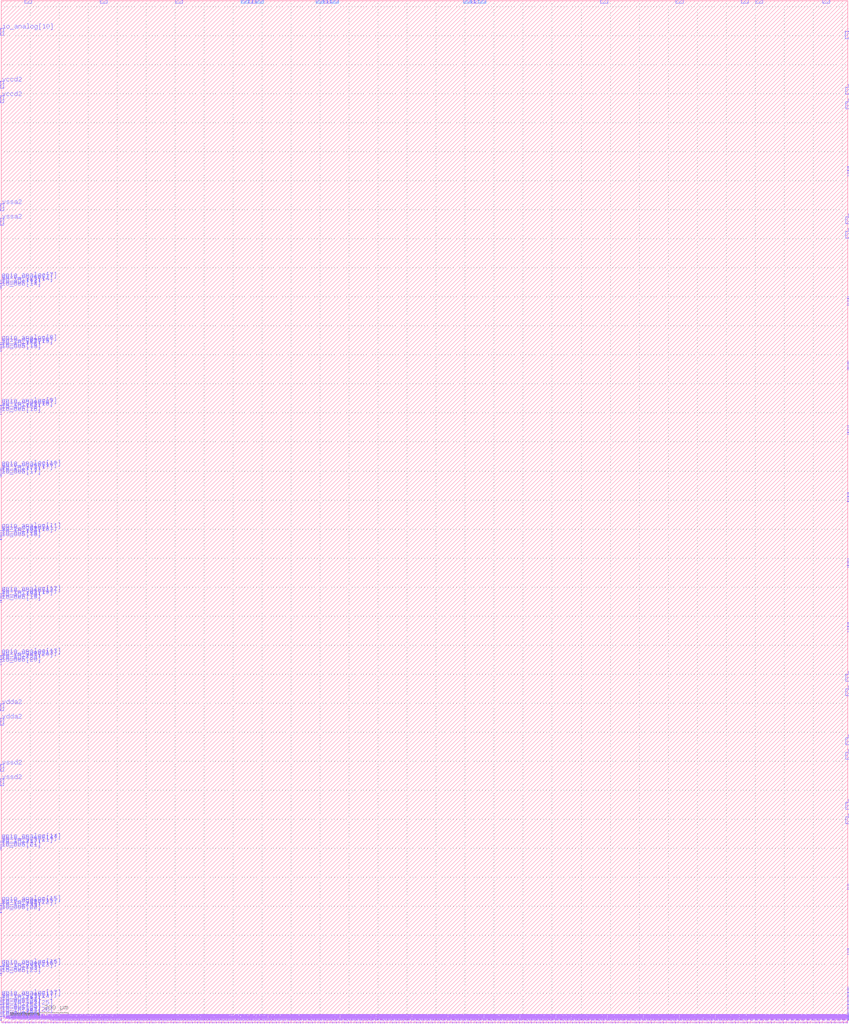
<source format=lef>
VERSION 5.7 ;
  NOWIREEXTENSIONATPIN ON ;
  DIVIDERCHAR "/" ;
  BUSBITCHARS "[]" ;
MACRO user_analog_project_wrapper
  CLASS BLOCK ;
  FOREIGN user_analog_project_wrapper ;
  ORIGIN 0.000 0.000 ;
  SIZE 2920.000 BY 3520.000 ;
  PIN gpio_analog[0]
    DIRECTION INOUT ;
    USE SIGNAL ;
    PORT
      LAYER met3 ;
        RECT 2917.600 1346.150 2924.000 1346.710 ;
    END
  END gpio_analog[0]
  PIN gpio_analog[10]
    DIRECTION INOUT ;
    USE SIGNAL ;
    PORT
      LAYER met3 ;
        RECT -4.000 1909.320 2.400 1909.880 ;
    END
  END gpio_analog[10]
  PIN gpio_analog[11]
    DIRECTION INOUT ;
    USE SIGNAL ;
    PORT
      LAYER met3 ;
        RECT -4.000 1693.210 2.400 1693.770 ;
    END
  END gpio_analog[11]
  PIN gpio_analog[12]
    DIRECTION INOUT ;
    USE SIGNAL ;
    PORT
      LAYER met3 ;
        RECT -4.000 1477.100 2.400 1477.660 ;
    END
  END gpio_analog[12]
  PIN gpio_analog[13]
    DIRECTION INOUT ;
    USE SIGNAL ;
    PORT
      LAYER met3 ;
        RECT -4.000 1261.990 2.400 1262.550 ;
    END
  END gpio_analog[13]
  PIN gpio_analog[14]
    DIRECTION INOUT ;
    USE SIGNAL ;
    PORT
      LAYER met3 ;
        RECT -4.000 623.880 2.400 624.440 ;
    END
  END gpio_analog[14]
  PIN gpio_analog[15]
    DIRECTION INOUT ;
    USE SIGNAL ;
    PORT
      LAYER met3 ;
        RECT -4.000 407.770 2.400 408.330 ;
    END
  END gpio_analog[15]
  PIN gpio_analog[16]
    DIRECTION INOUT ;
    USE SIGNAL ;
    PORT
      LAYER met3 ;
        RECT -4.000 191.660 2.400 192.220 ;
    END
  END gpio_analog[16]
  PIN gpio_analog[17]
    DIRECTION INOUT ;
    USE SIGNAL ;
    PORT
      LAYER met3 ;
        RECT -4.000 84.550 2.400 85.110 ;
    END
  END gpio_analog[17]
  PIN gpio_analog[1]
    DIRECTION INOUT ;
    USE SIGNAL ;
    PORT
      LAYER met3 ;
        RECT 2917.600 1568.260 2924.000 1568.820 ;
    END
  END gpio_analog[1]
  PIN gpio_analog[2]
    DIRECTION INOUT ;
    USE SIGNAL ;
    PORT
      LAYER met3 ;
        RECT 2917.600 1794.370 2924.000 1794.930 ;
    END
  END gpio_analog[2]
  PIN gpio_analog[3]
    DIRECTION INOUT ;
    USE SIGNAL ;
    PORT
      LAYER met3 ;
        RECT 2917.600 2026.480 2924.000 2027.040 ;
    END
  END gpio_analog[3]
  PIN gpio_analog[4]
    DIRECTION INOUT ;
    USE SIGNAL ;
    PORT
      LAYER met3 ;
        RECT 2917.600 2248.590 2924.000 2249.150 ;
    END
  END gpio_analog[4]
  PIN gpio_analog[5]
    DIRECTION INOUT ;
    USE SIGNAL ;
    PORT
      LAYER met3 ;
        RECT 2917.600 2470.700 2924.000 2471.260 ;
    END
  END gpio_analog[5]
  PIN gpio_analog[6]
    DIRECTION INOUT ;
    USE SIGNAL ;
    PORT
      LAYER met3 ;
        RECT 2917.600 2917.810 2924.000 2918.370 ;
    END
  END gpio_analog[6]
  PIN gpio_analog[7]
    DIRECTION INOUT ;
    USE SIGNAL ;
    PORT
      LAYER met3 ;
        RECT -4.000 2557.650 2.400 2558.210 ;
    END
  END gpio_analog[7]
  PIN gpio_analog[8]
    DIRECTION INOUT ;
    USE SIGNAL ;
    PORT
      LAYER met3 ;
        RECT -4.000 2341.540 2.400 2342.100 ;
    END
  END gpio_analog[8]
  PIN gpio_analog[9]
    DIRECTION INOUT ;
    USE SIGNAL ;
    PORT
      LAYER met3 ;
        RECT -4.000 2125.430 2.400 2125.990 ;
    END
  END gpio_analog[9]
  PIN gpio_noesd[0]
    DIRECTION INOUT ;
    USE SIGNAL ;
    PORT
      LAYER met3 ;
        RECT 2917.600 1352.060 2924.000 1352.620 ;
    END
  END gpio_noesd[0]
  PIN gpio_noesd[10]
    DIRECTION INOUT ;
    USE SIGNAL ;
    PORT
      LAYER met3 ;
        RECT -4.000 1903.410 2.400 1903.970 ;
    END
  END gpio_noesd[10]
  PIN gpio_noesd[11]
    DIRECTION INOUT ;
    USE SIGNAL ;
    PORT
      LAYER met3 ;
        RECT -4.000 1687.300 2.400 1687.860 ;
    END
  END gpio_noesd[11]
  PIN gpio_noesd[12]
    DIRECTION INOUT ;
    USE SIGNAL ;
    PORT
      LAYER met3 ;
        RECT -4.000 1471.190 2.400 1471.750 ;
    END
  END gpio_noesd[12]
  PIN gpio_noesd[13]
    DIRECTION INOUT ;
    USE SIGNAL ;
    PORT
      LAYER met3 ;
        RECT -4.000 1256.080 2.400 1256.640 ;
    END
  END gpio_noesd[13]
  PIN gpio_noesd[14]
    DIRECTION INOUT ;
    USE SIGNAL ;
    PORT
      LAYER met3 ;
        RECT -4.000 617.970 2.400 618.530 ;
    END
  END gpio_noesd[14]
  PIN gpio_noesd[15]
    DIRECTION INOUT ;
    USE SIGNAL ;
    PORT
      LAYER met3 ;
        RECT -4.000 401.860 2.400 402.420 ;
    END
  END gpio_noesd[15]
  PIN gpio_noesd[16]
    DIRECTION INOUT ;
    USE SIGNAL ;
    PORT
      LAYER met3 ;
        RECT -4.000 185.750 2.400 186.310 ;
    END
  END gpio_noesd[16]
  PIN gpio_noesd[17]
    DIRECTION INOUT ;
    USE SIGNAL ;
    PORT
      LAYER met3 ;
        RECT -4.000 78.640 2.400 79.200 ;
    END
  END gpio_noesd[17]
  PIN gpio_noesd[1]
    DIRECTION INOUT ;
    USE SIGNAL ;
    PORT
      LAYER met3 ;
        RECT 2917.600 1574.170 2924.000 1574.730 ;
    END
  END gpio_noesd[1]
  PIN gpio_noesd[2]
    DIRECTION INOUT ;
    USE SIGNAL ;
    PORT
      LAYER met3 ;
        RECT 2917.600 1800.280 2924.000 1800.840 ;
    END
  END gpio_noesd[2]
  PIN gpio_noesd[3]
    DIRECTION INOUT ;
    USE SIGNAL ;
    PORT
      LAYER met3 ;
        RECT 2917.600 2032.390 2924.000 2032.950 ;
    END
  END gpio_noesd[3]
  PIN gpio_noesd[4]
    DIRECTION INOUT ;
    USE SIGNAL ;
    PORT
      LAYER met3 ;
        RECT 2917.600 2254.500 2924.000 2255.060 ;
    END
  END gpio_noesd[4]
  PIN gpio_noesd[5]
    DIRECTION INOUT ;
    USE SIGNAL ;
    PORT
      LAYER met3 ;
        RECT 2917.600 2476.610 2924.000 2477.170 ;
    END
  END gpio_noesd[5]
  PIN gpio_noesd[6]
    DIRECTION INOUT ;
    USE SIGNAL ;
    PORT
      LAYER met3 ;
        RECT 2917.600 2923.720 2924.000 2924.280 ;
    END
  END gpio_noesd[6]
  PIN gpio_noesd[7]
    DIRECTION INOUT ;
    USE SIGNAL ;
    PORT
      LAYER met3 ;
        RECT -4.000 2551.740 2.400 2552.300 ;
    END
  END gpio_noesd[7]
  PIN gpio_noesd[8]
    DIRECTION INOUT ;
    USE SIGNAL ;
    PORT
      LAYER met3 ;
        RECT -4.000 2335.630 2.400 2336.190 ;
    END
  END gpio_noesd[8]
  PIN gpio_noesd[9]
    DIRECTION INOUT ;
    USE SIGNAL ;
    PORT
      LAYER met3 ;
        RECT -4.000 2119.520 2.400 2120.080 ;
    END
  END gpio_noesd[9]
  PIN io_analog[0]
    DIRECTION INOUT ;
    USE SIGNAL ;
    PORT
      LAYER met3 ;
        RECT 2911.500 3389.920 2924.000 3414.920 ;
    END
  END io_analog[0]
  PIN io_analog[10]
    DIRECTION INOUT ;
    USE SIGNAL ;
    PORT
      LAYER met3 ;
        RECT -4.000 3401.210 8.500 3426.210 ;
    END
  END io_analog[10]
  PIN io_analog[1]
    DIRECTION INOUT ;
    USE SIGNAL ;
    PORT
      LAYER met3 ;
        RECT 2832.970 3511.500 2857.970 3524.000 ;
    END
  END io_analog[1]
  PIN io_analog[2]
    DIRECTION INOUT ;
    USE SIGNAL ;
    PORT
      LAYER met3 ;
        RECT 2326.970 3511.500 2351.970 3524.000 ;
    END
  END io_analog[2]
  PIN io_analog[3]
    DIRECTION INOUT ;
    USE SIGNAL ;
    PORT
      LAYER met3 ;
        RECT 2066.970 3511.500 2091.970 3524.000 ;
    END
  END io_analog[3]
  PIN io_analog[4]
    DIRECTION INOUT ;
    USE SIGNAL ;
    PORT
      LAYER met3 ;
        RECT 1646.470 3511.500 1671.470 3524.000 ;
    END
    PORT
      LAYER met4 ;
        RECT 1646.470 3511.500 1671.470 3524.000 ;
    END
    PORT
      LAYER met5 ;
        RECT 1646.470 3511.500 1671.470 3524.000 ;
    END
  END io_analog[4]
  PIN io_analog[5]
    DIRECTION INOUT ;
    USE SIGNAL ;
    PORT
      LAYER met3 ;
        RECT 1137.970 3511.500 1162.970 3524.000 ;
    END
    PORT
      LAYER met4 ;
        RECT 1137.970 3511.500 1162.970 3524.000 ;
    END
    PORT
      LAYER met5 ;
        RECT 1137.970 3511.500 1162.970 3524.000 ;
    END
  END io_analog[5]
  PIN io_analog[6]
    DIRECTION INOUT ;
    USE SIGNAL ;
    PORT
      LAYER met3 ;
        RECT 879.470 3511.500 904.470 3524.000 ;
    END
    PORT
      LAYER met4 ;
        RECT 879.470 3511.500 904.470 3524.000 ;
    END
    PORT
      LAYER met5 ;
        RECT 879.470 3511.500 904.470 3524.000 ;
    END
  END io_analog[6]
  PIN io_analog[7]
    DIRECTION INOUT ;
    USE SIGNAL ;
    PORT
      LAYER met3 ;
        RECT 600.970 3511.500 625.970 3524.000 ;
    END
  END io_analog[7]
  PIN io_analog[8]
    DIRECTION INOUT ;
    USE SIGNAL ;
    PORT
      LAYER met3 ;
        RECT 340.970 3511.500 365.970 3524.000 ;
    END
  END io_analog[8]
  PIN io_analog[9]
    DIRECTION INOUT ;
    USE SIGNAL ;
    PORT
      LAYER met3 ;
        RECT 80.970 3511.500 105.970 3524.000 ;
    END
  END io_analog[9]
  PIN io_analog[4]
    DIRECTION INOUT ;
    USE SIGNAL ;
    PORT
      LAYER met3 ;
        RECT 1594.970 3511.500 1619.970 3524.000 ;
    END
    PORT
      LAYER met4 ;
        RECT 1594.970 3511.500 1619.970 3524.000 ;
    END
    PORT
      LAYER met5 ;
        RECT 1594.970 3511.500 1619.970 3524.000 ;
    END
  END io_analog[4]
  PIN io_analog[5]
    DIRECTION INOUT ;
    USE SIGNAL ;
    PORT
      LAYER met3 ;
        RECT 1086.470 3511.500 1111.470 3524.000 ;
    END
    PORT
      LAYER met4 ;
        RECT 1086.470 3511.500 1111.470 3524.000 ;
    END
    PORT
      LAYER met5 ;
        RECT 1086.470 3511.500 1111.470 3524.000 ;
    END
  END io_analog[5]
  PIN io_analog[6]
    DIRECTION INOUT ;
    USE SIGNAL ;
    PORT
      LAYER met3 ;
        RECT 827.970 3511.500 852.970 3524.000 ;
    END
    PORT
      LAYER met4 ;
        RECT 827.970 3511.500 852.970 3524.000 ;
    END
    PORT
      LAYER met5 ;
        RECT 827.970 3511.500 852.970 3524.000 ;
    END
  END io_analog[6]
  PIN io_clamp_high[0]
    DIRECTION INOUT ;
    USE SIGNAL ;
    PORT
      LAYER met3 ;
        RECT 1633.970 3511.500 1644.970 3524.000 ;
    END
  END io_clamp_high[0]
  PIN io_clamp_high[1]
    DIRECTION INOUT ;
    USE SIGNAL ;
    PORT
      LAYER met3 ;
        RECT 1125.470 3511.500 1136.470 3524.000 ;
    END
  END io_clamp_high[1]
  PIN io_clamp_high[2]
    DIRECTION INOUT ;
    USE SIGNAL ;
    PORT
      LAYER met3 ;
        RECT 866.970 3511.500 877.970 3524.000 ;
    END
  END io_clamp_high[2]
  PIN io_clamp_low[0]
    DIRECTION INOUT ;
    USE SIGNAL ;
    PORT
      LAYER met3 ;
        RECT 1621.470 3511.500 1632.470 3524.000 ;
    END
  END io_clamp_low[0]
  PIN io_clamp_low[1]
    DIRECTION INOUT ;
    USE SIGNAL ;
    PORT
      LAYER met3 ;
        RECT 1112.970 3511.500 1123.970 3524.000 ;
    END
  END io_clamp_low[1]
  PIN io_clamp_low[2]
    DIRECTION INOUT ;
    USE SIGNAL ;
    PORT
      LAYER met3 ;
        RECT 854.470 3511.500 865.470 3524.000 ;
    END
  END io_clamp_low[2]
  PIN io_in[0]
    DIRECTION INPUT ;
    USE SIGNAL ;
    ANTENNAGATEAREA 0.126000 ;
    PORT
      LAYER met3 ;
        RECT 2917.600 13.630 2924.000 14.190 ;
    END
  END io_in[0]
  PIN io_in[10]
    DIRECTION INPUT ;
    USE SIGNAL ;
    ANTENNAGATEAREA 0.126000 ;
    PORT
      LAYER met3 ;
        RECT 2917.600 2044.210 2924.000 2044.770 ;
    END
  END io_in[10]
  PIN io_in[11]
    DIRECTION INPUT ;
    USE SIGNAL ;
    ANTENNAGATEAREA 0.126000 ;
    PORT
      LAYER met3 ;
        RECT 2917.600 2266.320 2924.000 2266.880 ;
    END
  END io_in[11]
  PIN io_in[12]
    DIRECTION INPUT ;
    USE SIGNAL ;
    ANTENNAGATEAREA 0.126000 ;
    PORT
      LAYER met3 ;
        RECT 2917.600 2488.430 2924.000 2488.990 ;
    END
  END io_in[12]
  PIN io_in[13]
    DIRECTION INPUT ;
    USE SIGNAL ;
    ANTENNAGATEAREA 0.126000 ;
    PORT
      LAYER met3 ;
        RECT 2917.600 2935.540 2924.000 2936.100 ;
    END
  END io_in[13]
  PIN io_in[14]
    DIRECTION INPUT ;
    USE SIGNAL ;
    ANTENNAGATEAREA 0.126000 ;
    PORT
      LAYER met3 ;
        RECT -4.000 2539.920 2.400 2540.480 ;
    END
  END io_in[14]
  PIN io_in[15]
    DIRECTION INPUT ;
    USE SIGNAL ;
    ANTENNAGATEAREA 0.126000 ;
    PORT
      LAYER met3 ;
        RECT -4.000 2323.810 2.400 2324.370 ;
    END
  END io_in[15]
  PIN io_in[16]
    DIRECTION INPUT ;
    USE SIGNAL ;
    ANTENNAGATEAREA 0.126000 ;
    PORT
      LAYER met3 ;
        RECT -4.000 2107.700 2.400 2108.260 ;
    END
  END io_in[16]
  PIN io_in[17]
    DIRECTION INPUT ;
    USE SIGNAL ;
    ANTENNAGATEAREA 0.126000 ;
    PORT
      LAYER met3 ;
        RECT -4.000 1891.590 2.400 1892.150 ;
    END
  END io_in[17]
  PIN io_in[18]
    DIRECTION INPUT ;
    USE SIGNAL ;
    ANTENNAGATEAREA 0.126000 ;
    PORT
      LAYER met3 ;
        RECT -4.000 1675.480 2.400 1676.040 ;
    END
  END io_in[18]
  PIN io_in[19]
    DIRECTION INPUT ;
    USE SIGNAL ;
    ANTENNAGATEAREA 0.126000 ;
    PORT
      LAYER met3 ;
        RECT -4.000 1459.370 2.400 1459.930 ;
    END
  END io_in[19]
  PIN io_in[1]
    DIRECTION INPUT ;
    USE SIGNAL ;
    ANTENNAGATEAREA 0.126000 ;
    PORT
      LAYER met3 ;
        RECT 2917.600 37.270 2924.000 37.830 ;
    END
  END io_in[1]
  PIN io_in[20]
    DIRECTION INPUT ;
    USE SIGNAL ;
    ANTENNAGATEAREA 0.126000 ;
    PORT
      LAYER met3 ;
        RECT -4.000 1244.260 2.400 1244.820 ;
    END
  END io_in[20]
  PIN io_in[21]
    DIRECTION INPUT ;
    USE SIGNAL ;
    ANTENNAGATEAREA 0.126000 ;
    PORT
      LAYER met3 ;
        RECT -4.000 606.150 2.400 606.710 ;
    END
  END io_in[21]
  PIN io_in[22]
    DIRECTION INPUT ;
    USE SIGNAL ;
    ANTENNAGATEAREA 0.126000 ;
    PORT
      LAYER met3 ;
        RECT -4.000 390.040 2.400 390.600 ;
    END
  END io_in[22]
  PIN io_in[23]
    DIRECTION INPUT ;
    USE SIGNAL ;
    ANTENNAGATEAREA 0.126000 ;
    PORT
      LAYER met3 ;
        RECT -4.000 173.930 2.400 174.490 ;
    END
  END io_in[23]
  PIN io_in[24]
    DIRECTION INPUT ;
    USE SIGNAL ;
    ANTENNAGATEAREA 0.126000 ;
    PORT
      LAYER met3 ;
        RECT -4.000 66.820 2.400 67.380 ;
    END
  END io_in[24]
  PIN io_in[25]
    DIRECTION INPUT ;
    USE SIGNAL ;
    ANTENNAGATEAREA 0.126000 ;
    PORT
      LAYER met3 ;
        RECT -4.000 43.180 2.400 43.740 ;
    END
  END io_in[25]
  PIN io_in[26]
    DIRECTION INPUT ;
    USE SIGNAL ;
    ANTENNAGATEAREA 0.126000 ;
    PORT
      LAYER met3 ;
        RECT -4.000 19.540 2.400 20.100 ;
    END
  END io_in[26]
  PIN io_in[2]
    DIRECTION INPUT ;
    USE SIGNAL ;
    ANTENNAGATEAREA 0.126000 ;
    PORT
      LAYER met3 ;
        RECT 2917.600 60.910 2924.000 61.470 ;
    END
  END io_in[2]
  PIN io_in[3]
    DIRECTION INPUT ;
    USE SIGNAL ;
    ANTENNAGATEAREA 0.126000 ;
    PORT
      LAYER met3 ;
        RECT 2917.600 84.550 2924.000 85.110 ;
    END
  END io_in[3]
  PIN io_in[4]
    DIRECTION INPUT ;
    USE SIGNAL ;
    ANTENNAGATEAREA 0.126000 ;
    PORT
      LAYER met3 ;
        RECT 2917.600 108.190 2924.000 108.750 ;
    END
  END io_in[4]
  PIN io_in[5]
    DIRECTION INPUT ;
    USE SIGNAL ;
    ANTENNAGATEAREA 0.126000 ;
    PORT
      LAYER met3 ;
        RECT 2917.600 240.480 2924.000 241.040 ;
    END
  END io_in[5]
  PIN io_in[6]
    DIRECTION INPUT ;
    USE SIGNAL ;
    ANTENNAGATEAREA 0.126000 ;
    PORT
      LAYER met3 ;
        RECT 2917.600 463.770 2924.000 464.330 ;
    END
  END io_in[6]
  PIN io_in[7]
    DIRECTION INPUT ;
    USE SIGNAL ;
    ANTENNAGATEAREA 0.126000 ;
    PORT
      LAYER met3 ;
        RECT 2917.600 1363.880 2924.000 1364.440 ;
    END
  END io_in[7]
  PIN io_in[8]
    DIRECTION INPUT ;
    USE SIGNAL ;
    ANTENNAGATEAREA 0.126000 ;
    PORT
      LAYER met3 ;
        RECT 2917.600 1585.990 2924.000 1586.550 ;
    END
  END io_in[8]
  PIN io_in[9]
    DIRECTION INPUT ;
    USE SIGNAL ;
    ANTENNAGATEAREA 0.126000 ;
    PORT
      LAYER met3 ;
        RECT 2917.600 1812.100 2924.000 1812.660 ;
    END
  END io_in[9]
  PIN io_in_3v3[0]
    DIRECTION INPUT ;
    USE SIGNAL ;
    ANTENNAGATEAREA 0.126000 ;
    PORT
      LAYER met3 ;
        RECT 2917.600 7.720 2924.000 8.280 ;
    END
  END io_in_3v3[0]
  PIN io_in_3v3[10]
    DIRECTION INPUT ;
    USE SIGNAL ;
    ANTENNAGATEAREA 0.126000 ;
    PORT
      LAYER met3 ;
        RECT 2917.600 2038.300 2924.000 2038.860 ;
    END
  END io_in_3v3[10]
  PIN io_in_3v3[11]
    DIRECTION INPUT ;
    USE SIGNAL ;
    ANTENNAGATEAREA 0.126000 ;
    PORT
      LAYER met3 ;
        RECT 2917.600 2260.410 2924.000 2260.970 ;
    END
  END io_in_3v3[11]
  PIN io_in_3v3[12]
    DIRECTION INPUT ;
    USE SIGNAL ;
    ANTENNAGATEAREA 0.126000 ;
    PORT
      LAYER met3 ;
        RECT 2917.600 2482.520 2924.000 2483.080 ;
    END
  END io_in_3v3[12]
  PIN io_in_3v3[13]
    DIRECTION INPUT ;
    USE SIGNAL ;
    ANTENNAGATEAREA 0.126000 ;
    PORT
      LAYER met3 ;
        RECT 2917.600 2929.630 2924.000 2930.190 ;
    END
  END io_in_3v3[13]
  PIN io_in_3v3[14]
    DIRECTION INPUT ;
    USE SIGNAL ;
    ANTENNAGATEAREA 0.126000 ;
    PORT
      LAYER met3 ;
        RECT -4.000 2545.830 2.400 2546.390 ;
    END
  END io_in_3v3[14]
  PIN io_in_3v3[15]
    DIRECTION INPUT ;
    USE SIGNAL ;
    ANTENNAGATEAREA 0.126000 ;
    PORT
      LAYER met3 ;
        RECT -4.000 2329.720 2.400 2330.280 ;
    END
  END io_in_3v3[15]
  PIN io_in_3v3[16]
    DIRECTION INPUT ;
    USE SIGNAL ;
    ANTENNAGATEAREA 0.126000 ;
    PORT
      LAYER met3 ;
        RECT -4.000 2113.610 2.400 2114.170 ;
    END
  END io_in_3v3[16]
  PIN io_in_3v3[17]
    DIRECTION INPUT ;
    USE SIGNAL ;
    ANTENNAGATEAREA 0.126000 ;
    PORT
      LAYER met3 ;
        RECT -4.000 1897.500 2.400 1898.060 ;
    END
  END io_in_3v3[17]
  PIN io_in_3v3[18]
    DIRECTION INPUT ;
    USE SIGNAL ;
    ANTENNAGATEAREA 0.126000 ;
    PORT
      LAYER met3 ;
        RECT -4.000 1681.390 2.400 1681.950 ;
    END
  END io_in_3v3[18]
  PIN io_in_3v3[19]
    DIRECTION INPUT ;
    USE SIGNAL ;
    ANTENNAGATEAREA 0.126000 ;
    PORT
      LAYER met3 ;
        RECT -4.000 1465.280 2.400 1465.840 ;
    END
  END io_in_3v3[19]
  PIN io_in_3v3[1]
    DIRECTION INPUT ;
    USE SIGNAL ;
    ANTENNAGATEAREA 0.126000 ;
    PORT
      LAYER met3 ;
        RECT 2917.600 31.360 2924.000 31.920 ;
    END
  END io_in_3v3[1]
  PIN io_in_3v3[20]
    DIRECTION INPUT ;
    USE SIGNAL ;
    ANTENNAGATEAREA 0.126000 ;
    PORT
      LAYER met3 ;
        RECT -4.000 1250.170 2.400 1250.730 ;
    END
  END io_in_3v3[20]
  PIN io_in_3v3[21]
    DIRECTION INPUT ;
    USE SIGNAL ;
    ANTENNAGATEAREA 0.126000 ;
    PORT
      LAYER met3 ;
        RECT -4.000 612.060 2.400 612.620 ;
    END
  END io_in_3v3[21]
  PIN io_in_3v3[22]
    DIRECTION INPUT ;
    USE SIGNAL ;
    ANTENNAGATEAREA 0.126000 ;
    PORT
      LAYER met3 ;
        RECT -4.000 395.950 2.400 396.510 ;
    END
  END io_in_3v3[22]
  PIN io_in_3v3[23]
    DIRECTION INPUT ;
    USE SIGNAL ;
    ANTENNAGATEAREA 0.126000 ;
    PORT
      LAYER met3 ;
        RECT -4.000 179.840 2.400 180.400 ;
    END
  END io_in_3v3[23]
  PIN io_in_3v3[24]
    DIRECTION INPUT ;
    USE SIGNAL ;
    ANTENNAGATEAREA 0.126000 ;
    PORT
      LAYER met3 ;
        RECT -4.000 72.730 2.400 73.290 ;
    END
  END io_in_3v3[24]
  PIN io_in_3v3[25]
    DIRECTION INPUT ;
    USE SIGNAL ;
    ANTENNAGATEAREA 0.126000 ;
    PORT
      LAYER met3 ;
        RECT -4.000 49.090 2.400 49.650 ;
    END
  END io_in_3v3[25]
  PIN io_in_3v3[26]
    DIRECTION INPUT ;
    USE SIGNAL ;
    ANTENNAGATEAREA 0.126000 ;
    PORT
      LAYER met3 ;
        RECT -4.000 25.450 2.400 26.010 ;
    END
  END io_in_3v3[26]
  PIN io_in_3v3[2]
    DIRECTION INPUT ;
    USE SIGNAL ;
    ANTENNAGATEAREA 0.126000 ;
    PORT
      LAYER met3 ;
        RECT 2917.600 55.000 2924.000 55.560 ;
    END
  END io_in_3v3[2]
  PIN io_in_3v3[3]
    DIRECTION INPUT ;
    USE SIGNAL ;
    ANTENNAGATEAREA 0.126000 ;
    PORT
      LAYER met3 ;
        RECT 2917.600 78.640 2924.000 79.200 ;
    END
  END io_in_3v3[3]
  PIN io_in_3v3[4]
    DIRECTION INPUT ;
    USE SIGNAL ;
    ANTENNAGATEAREA 0.126000 ;
    PORT
      LAYER met3 ;
        RECT 2917.600 102.280 2924.000 102.840 ;
    END
  END io_in_3v3[4]
  PIN io_in_3v3[5]
    DIRECTION INPUT ;
    USE SIGNAL ;
    ANTENNAGATEAREA 0.126000 ;
    PORT
      LAYER met3 ;
        RECT 2917.600 234.570 2924.000 235.130 ;
    END
  END io_in_3v3[5]
  PIN io_in_3v3[6]
    DIRECTION INPUT ;
    USE SIGNAL ;
    ANTENNAGATEAREA 0.126000 ;
    PORT
      LAYER met3 ;
        RECT 2917.600 457.860 2924.000 458.420 ;
    END
  END io_in_3v3[6]
  PIN io_in_3v3[7]
    DIRECTION INPUT ;
    USE SIGNAL ;
    ANTENNAGATEAREA 0.126000 ;
    PORT
      LAYER met3 ;
        RECT 2917.600 1357.970 2924.000 1358.530 ;
    END
  END io_in_3v3[7]
  PIN io_in_3v3[8]
    DIRECTION INPUT ;
    USE SIGNAL ;
    ANTENNAGATEAREA 0.126000 ;
    PORT
      LAYER met3 ;
        RECT 2917.600 1580.080 2924.000 1580.640 ;
    END
  END io_in_3v3[8]
  PIN io_in_3v3[9]
    DIRECTION INPUT ;
    USE SIGNAL ;
    ANTENNAGATEAREA 0.126000 ;
    PORT
      LAYER met3 ;
        RECT 2917.600 1806.190 2924.000 1806.750 ;
    END
  END io_in_3v3[9]
  PIN io_oeb[0]
    DIRECTION OUTPUT TRISTATE ;
    USE SIGNAL ;
    ANTENNADIFFAREA 0.340600 ;
    PORT
      LAYER met3 ;
        RECT 2917.600 25.450 2924.000 26.010 ;
    END
  END io_oeb[0]
  PIN io_oeb[10]
    DIRECTION OUTPUT TRISTATE ;
    USE SIGNAL ;
    ANTENNADIFFAREA 0.340600 ;
    PORT
      LAYER met3 ;
        RECT 2917.600 2056.030 2924.000 2056.590 ;
    END
  END io_oeb[10]
  PIN io_oeb[11]
    DIRECTION OUTPUT TRISTATE ;
    USE SIGNAL ;
    ANTENNADIFFAREA 0.340600 ;
    PORT
      LAYER met3 ;
        RECT 2917.600 2278.140 2924.000 2278.700 ;
    END
  END io_oeb[11]
  PIN io_oeb[12]
    DIRECTION OUTPUT TRISTATE ;
    USE SIGNAL ;
    ANTENNADIFFAREA 0.340600 ;
    PORT
      LAYER met3 ;
        RECT 2917.600 2500.250 2924.000 2500.810 ;
    END
  END io_oeb[12]
  PIN io_oeb[13]
    DIRECTION OUTPUT TRISTATE ;
    USE SIGNAL ;
    ANTENNADIFFAREA 0.340600 ;
    PORT
      LAYER met3 ;
        RECT 2917.600 2947.360 2924.000 2947.920 ;
    END
  END io_oeb[13]
  PIN io_oeb[14]
    DIRECTION OUTPUT TRISTATE ;
    USE SIGNAL ;
    ANTENNADIFFAREA 0.340600 ;
    PORT
      LAYER met3 ;
        RECT -4.000 2528.100 2.400 2528.660 ;
    END
  END io_oeb[14]
  PIN io_oeb[15]
    DIRECTION OUTPUT TRISTATE ;
    USE SIGNAL ;
    ANTENNADIFFAREA 0.340600 ;
    PORT
      LAYER met3 ;
        RECT -4.000 2311.990 2.400 2312.550 ;
    END
  END io_oeb[15]
  PIN io_oeb[16]
    DIRECTION OUTPUT TRISTATE ;
    USE SIGNAL ;
    ANTENNADIFFAREA 0.340600 ;
    PORT
      LAYER met3 ;
        RECT -4.000 2095.880 2.400 2096.440 ;
    END
  END io_oeb[16]
  PIN io_oeb[17]
    DIRECTION OUTPUT TRISTATE ;
    USE SIGNAL ;
    ANTENNADIFFAREA 0.340600 ;
    PORT
      LAYER met3 ;
        RECT -4.000 1879.770 2.400 1880.330 ;
    END
  END io_oeb[17]
  PIN io_oeb[18]
    DIRECTION OUTPUT TRISTATE ;
    USE SIGNAL ;
    ANTENNADIFFAREA 0.340600 ;
    PORT
      LAYER met3 ;
        RECT -4.000 1663.660 2.400 1664.220 ;
    END
  END io_oeb[18]
  PIN io_oeb[19]
    DIRECTION OUTPUT TRISTATE ;
    USE SIGNAL ;
    ANTENNADIFFAREA 0.340600 ;
    PORT
      LAYER met3 ;
        RECT -4.000 1447.550 2.400 1448.110 ;
    END
  END io_oeb[19]
  PIN io_oeb[1]
    DIRECTION OUTPUT TRISTATE ;
    USE SIGNAL ;
    ANTENNADIFFAREA 0.340600 ;
    PORT
      LAYER met3 ;
        RECT 2917.600 49.090 2924.000 49.650 ;
    END
  END io_oeb[1]
  PIN io_oeb[20]
    DIRECTION OUTPUT TRISTATE ;
    USE SIGNAL ;
    ANTENNADIFFAREA 0.340600 ;
    PORT
      LAYER met3 ;
        RECT -4.000 1232.440 2.400 1233.000 ;
    END
  END io_oeb[20]
  PIN io_oeb[21]
    DIRECTION OUTPUT TRISTATE ;
    USE SIGNAL ;
    ANTENNADIFFAREA 0.340600 ;
    PORT
      LAYER met3 ;
        RECT -4.000 594.330 2.400 594.890 ;
    END
  END io_oeb[21]
  PIN io_oeb[22]
    DIRECTION OUTPUT TRISTATE ;
    USE SIGNAL ;
    ANTENNADIFFAREA 0.340600 ;
    PORT
      LAYER met3 ;
        RECT -4.000 378.220 2.400 378.780 ;
    END
  END io_oeb[22]
  PIN io_oeb[23]
    DIRECTION OUTPUT TRISTATE ;
    USE SIGNAL ;
    ANTENNADIFFAREA 0.340600 ;
    PORT
      LAYER met3 ;
        RECT -4.000 162.110 2.400 162.670 ;
    END
  END io_oeb[23]
  PIN io_oeb[24]
    DIRECTION OUTPUT TRISTATE ;
    USE SIGNAL ;
    ANTENNADIFFAREA 0.340600 ;
    PORT
      LAYER met3 ;
        RECT -4.000 55.000 2.400 55.560 ;
    END
  END io_oeb[24]
  PIN io_oeb[25]
    DIRECTION OUTPUT TRISTATE ;
    USE SIGNAL ;
    ANTENNADIFFAREA 0.340600 ;
    PORT
      LAYER met3 ;
        RECT -4.000 31.360 2.400 31.920 ;
    END
  END io_oeb[25]
  PIN io_oeb[26]
    DIRECTION OUTPUT TRISTATE ;
    USE SIGNAL ;
    ANTENNADIFFAREA 0.340600 ;
    PORT
      LAYER met3 ;
        RECT -4.000 7.720 2.400 8.280 ;
    END
  END io_oeb[26]
  PIN io_oeb[2]
    DIRECTION OUTPUT TRISTATE ;
    USE SIGNAL ;
    ANTENNADIFFAREA 0.340600 ;
    PORT
      LAYER met3 ;
        RECT 2917.600 72.730 2924.000 73.290 ;
    END
  END io_oeb[2]
  PIN io_oeb[3]
    DIRECTION OUTPUT TRISTATE ;
    USE SIGNAL ;
    ANTENNADIFFAREA 0.340600 ;
    PORT
      LAYER met3 ;
        RECT 2917.600 96.370 2924.000 96.930 ;
    END
  END io_oeb[3]
  PIN io_oeb[4]
    DIRECTION OUTPUT TRISTATE ;
    USE SIGNAL ;
    ANTENNADIFFAREA 0.340600 ;
    PORT
      LAYER met3 ;
        RECT 2917.600 120.010 2924.000 120.570 ;
    END
  END io_oeb[4]
  PIN io_oeb[5]
    DIRECTION OUTPUT TRISTATE ;
    USE SIGNAL ;
    ANTENNADIFFAREA 0.340600 ;
    PORT
      LAYER met3 ;
        RECT 2917.600 252.300 2924.000 252.860 ;
    END
  END io_oeb[5]
  PIN io_oeb[6]
    DIRECTION OUTPUT TRISTATE ;
    USE SIGNAL ;
    ANTENNADIFFAREA 0.340600 ;
    PORT
      LAYER met3 ;
        RECT 2917.600 475.590 2924.000 476.150 ;
    END
  END io_oeb[6]
  PIN io_oeb[7]
    DIRECTION OUTPUT TRISTATE ;
    USE SIGNAL ;
    ANTENNADIFFAREA 0.340600 ;
    PORT
      LAYER met3 ;
        RECT 2917.600 1375.700 2924.000 1376.260 ;
    END
  END io_oeb[7]
  PIN io_oeb[8]
    DIRECTION OUTPUT TRISTATE ;
    USE SIGNAL ;
    ANTENNADIFFAREA 0.340600 ;
    PORT
      LAYER met3 ;
        RECT 2917.600 1597.810 2924.000 1598.370 ;
    END
  END io_oeb[8]
  PIN io_oeb[9]
    DIRECTION OUTPUT TRISTATE ;
    USE SIGNAL ;
    ANTENNADIFFAREA 0.340600 ;
    PORT
      LAYER met3 ;
        RECT 2917.600 1823.920 2924.000 1824.480 ;
    END
  END io_oeb[9]
  PIN io_out[0]
    DIRECTION OUTPUT TRISTATE ;
    USE SIGNAL ;
    ANTENNADIFFAREA 0.340600 ;
    PORT
      LAYER met3 ;
        RECT 2917.600 19.540 2924.000 20.100 ;
    END
  END io_out[0]
  PIN io_out[10]
    DIRECTION OUTPUT TRISTATE ;
    USE SIGNAL ;
    ANTENNADIFFAREA 0.340600 ;
    PORT
      LAYER met3 ;
        RECT 2917.600 2050.120 2924.000 2050.680 ;
    END
  END io_out[10]
  PIN io_out[11]
    DIRECTION OUTPUT TRISTATE ;
    USE SIGNAL ;
    ANTENNADIFFAREA 0.340600 ;
    PORT
      LAYER met3 ;
        RECT 2917.600 2272.230 2924.000 2272.790 ;
    END
  END io_out[11]
  PIN io_out[12]
    DIRECTION OUTPUT TRISTATE ;
    USE SIGNAL ;
    ANTENNADIFFAREA 0.340600 ;
    PORT
      LAYER met3 ;
        RECT 2917.600 2494.340 2924.000 2494.900 ;
    END
  END io_out[12]
  PIN io_out[13]
    DIRECTION OUTPUT TRISTATE ;
    USE SIGNAL ;
    ANTENNADIFFAREA 0.340600 ;
    PORT
      LAYER met3 ;
        RECT 2917.600 2941.450 2924.000 2942.010 ;
    END
  END io_out[13]
  PIN io_out[14]
    DIRECTION OUTPUT TRISTATE ;
    USE SIGNAL ;
    ANTENNADIFFAREA 0.340600 ;
    PORT
      LAYER met3 ;
        RECT -4.000 2534.010 2.400 2534.570 ;
    END
  END io_out[14]
  PIN io_out[15]
    DIRECTION OUTPUT TRISTATE ;
    USE SIGNAL ;
    ANTENNADIFFAREA 0.340600 ;
    PORT
      LAYER met3 ;
        RECT -4.000 2317.900 2.400 2318.460 ;
    END
  END io_out[15]
  PIN io_out[16]
    DIRECTION OUTPUT TRISTATE ;
    USE SIGNAL ;
    ANTENNADIFFAREA 0.340600 ;
    PORT
      LAYER met3 ;
        RECT -4.000 2101.790 2.400 2102.350 ;
    END
  END io_out[16]
  PIN io_out[17]
    DIRECTION OUTPUT TRISTATE ;
    USE SIGNAL ;
    ANTENNADIFFAREA 0.340600 ;
    PORT
      LAYER met3 ;
        RECT -4.000 1885.680 2.400 1886.240 ;
    END
  END io_out[17]
  PIN io_out[18]
    DIRECTION OUTPUT TRISTATE ;
    USE SIGNAL ;
    ANTENNADIFFAREA 0.340600 ;
    PORT
      LAYER met3 ;
        RECT -4.000 1669.570 2.400 1670.130 ;
    END
  END io_out[18]
  PIN io_out[19]
    DIRECTION OUTPUT TRISTATE ;
    USE SIGNAL ;
    ANTENNADIFFAREA 0.340600 ;
    PORT
      LAYER met3 ;
        RECT -4.000 1453.460 2.400 1454.020 ;
    END
  END io_out[19]
  PIN io_out[1]
    DIRECTION OUTPUT TRISTATE ;
    USE SIGNAL ;
    ANTENNADIFFAREA 0.340600 ;
    PORT
      LAYER met3 ;
        RECT 2917.600 43.180 2924.000 43.740 ;
    END
  END io_out[1]
  PIN io_out[20]
    DIRECTION OUTPUT TRISTATE ;
    USE SIGNAL ;
    ANTENNADIFFAREA 0.340600 ;
    PORT
      LAYER met3 ;
        RECT -4.000 1238.350 2.400 1238.910 ;
    END
  END io_out[20]
  PIN io_out[21]
    DIRECTION OUTPUT TRISTATE ;
    USE SIGNAL ;
    ANTENNADIFFAREA 0.340600 ;
    PORT
      LAYER met3 ;
        RECT -4.000 600.240 2.400 600.800 ;
    END
  END io_out[21]
  PIN io_out[22]
    DIRECTION OUTPUT TRISTATE ;
    USE SIGNAL ;
    ANTENNADIFFAREA 0.340600 ;
    PORT
      LAYER met3 ;
        RECT -4.000 384.130 2.400 384.690 ;
    END
  END io_out[22]
  PIN io_out[23]
    DIRECTION OUTPUT TRISTATE ;
    USE SIGNAL ;
    ANTENNADIFFAREA 0.340600 ;
    PORT
      LAYER met3 ;
        RECT -4.000 168.020 2.400 168.580 ;
    END
  END io_out[23]
  PIN io_out[24]
    DIRECTION OUTPUT TRISTATE ;
    USE SIGNAL ;
    ANTENNADIFFAREA 0.340600 ;
    PORT
      LAYER met3 ;
        RECT -4.000 60.910 2.400 61.470 ;
    END
  END io_out[24]
  PIN io_out[25]
    DIRECTION OUTPUT TRISTATE ;
    USE SIGNAL ;
    ANTENNADIFFAREA 0.340600 ;
    PORT
      LAYER met3 ;
        RECT -4.000 37.270 2.400 37.830 ;
    END
  END io_out[25]
  PIN io_out[26]
    DIRECTION OUTPUT TRISTATE ;
    USE SIGNAL ;
    ANTENNADIFFAREA 0.340600 ;
    PORT
      LAYER met3 ;
        RECT -4.000 13.630 2.400 14.190 ;
    END
  END io_out[26]
  PIN io_out[2]
    DIRECTION OUTPUT TRISTATE ;
    USE SIGNAL ;
    ANTENNADIFFAREA 0.340600 ;
    PORT
      LAYER met3 ;
        RECT 2917.600 66.820 2924.000 67.380 ;
    END
  END io_out[2]
  PIN io_out[3]
    DIRECTION OUTPUT TRISTATE ;
    USE SIGNAL ;
    ANTENNADIFFAREA 0.340600 ;
    PORT
      LAYER met3 ;
        RECT 2917.600 90.460 2924.000 91.020 ;
    END
  END io_out[3]
  PIN io_out[4]
    DIRECTION OUTPUT TRISTATE ;
    USE SIGNAL ;
    ANTENNADIFFAREA 0.340600 ;
    PORT
      LAYER met3 ;
        RECT 2917.600 114.100 2924.000 114.660 ;
    END
  END io_out[4]
  PIN io_out[5]
    DIRECTION OUTPUT TRISTATE ;
    USE SIGNAL ;
    ANTENNADIFFAREA 0.340600 ;
    PORT
      LAYER met3 ;
        RECT 2917.600 246.390 2924.000 246.950 ;
    END
  END io_out[5]
  PIN io_out[6]
    DIRECTION OUTPUT TRISTATE ;
    USE SIGNAL ;
    ANTENNADIFFAREA 0.340600 ;
    PORT
      LAYER met3 ;
        RECT 2917.600 469.680 2924.000 470.240 ;
    END
  END io_out[6]
  PIN io_out[7]
    DIRECTION OUTPUT TRISTATE ;
    USE SIGNAL ;
    ANTENNADIFFAREA 0.340600 ;
    PORT
      LAYER met3 ;
        RECT 2917.600 1369.790 2924.000 1370.350 ;
    END
  END io_out[7]
  PIN io_out[8]
    DIRECTION OUTPUT TRISTATE ;
    USE SIGNAL ;
    ANTENNADIFFAREA 0.340600 ;
    PORT
      LAYER met3 ;
        RECT 2917.600 1591.900 2924.000 1592.460 ;
    END
  END io_out[8]
  PIN io_out[9]
    DIRECTION OUTPUT TRISTATE ;
    USE SIGNAL ;
    ANTENNADIFFAREA 0.340600 ;
    PORT
      LAYER met3 ;
        RECT 2917.600 1818.010 2924.000 1818.570 ;
    END
  END io_out[9]
  PIN la_data_in[0]
    DIRECTION INPUT ;
    USE SIGNAL ;
    ANTENNAGATEAREA 0.126000 ;
    PORT
      LAYER met2 ;
        RECT 629.080 -4.000 629.640 2.400 ;
    END
  END la_data_in[0]
  PIN la_data_in[100]
    DIRECTION INPUT ;
    USE SIGNAL ;
    ANTENNAGATEAREA 0.126000 ;
    PORT
      LAYER met2 ;
        RECT 2402.080 -4.000 2402.640 2.400 ;
    END
  END la_data_in[100]
  PIN la_data_in[101]
    DIRECTION INPUT ;
    USE SIGNAL ;
    ANTENNAGATEAREA 0.126000 ;
    PORT
      LAYER met2 ;
        RECT 2419.810 -4.000 2420.370 2.400 ;
    END
  END la_data_in[101]
  PIN la_data_in[102]
    DIRECTION INPUT ;
    USE SIGNAL ;
    ANTENNAGATEAREA 0.126000 ;
    PORT
      LAYER met2 ;
        RECT 2437.540 -4.000 2438.100 2.400 ;
    END
  END la_data_in[102]
  PIN la_data_in[103]
    DIRECTION INPUT ;
    USE SIGNAL ;
    ANTENNAGATEAREA 0.126000 ;
    PORT
      LAYER met2 ;
        RECT 2455.270 -4.000 2455.830 2.400 ;
    END
  END la_data_in[103]
  PIN la_data_in[104]
    DIRECTION INPUT ;
    USE SIGNAL ;
    ANTENNAGATEAREA 0.126000 ;
    PORT
      LAYER met2 ;
        RECT 2473.000 -4.000 2473.560 2.400 ;
    END
  END la_data_in[104]
  PIN la_data_in[105]
    DIRECTION INPUT ;
    USE SIGNAL ;
    ANTENNAGATEAREA 0.126000 ;
    PORT
      LAYER met2 ;
        RECT 2490.730 -4.000 2491.290 2.400 ;
    END
  END la_data_in[105]
  PIN la_data_in[106]
    DIRECTION INPUT ;
    USE SIGNAL ;
    ANTENNAGATEAREA 0.126000 ;
    PORT
      LAYER met2 ;
        RECT 2508.460 -4.000 2509.020 2.400 ;
    END
  END la_data_in[106]
  PIN la_data_in[107]
    DIRECTION INPUT ;
    USE SIGNAL ;
    ANTENNAGATEAREA 0.126000 ;
    PORT
      LAYER met2 ;
        RECT 2526.190 -4.000 2526.750 2.400 ;
    END
  END la_data_in[107]
  PIN la_data_in[108]
    DIRECTION INPUT ;
    USE SIGNAL ;
    ANTENNAGATEAREA 0.126000 ;
    PORT
      LAYER met2 ;
        RECT 2543.920 -4.000 2544.480 2.400 ;
    END
  END la_data_in[108]
  PIN la_data_in[109]
    DIRECTION INPUT ;
    USE SIGNAL ;
    ANTENNAGATEAREA 0.126000 ;
    PORT
      LAYER met2 ;
        RECT 2561.650 -4.000 2562.210 2.400 ;
    END
  END la_data_in[109]
  PIN la_data_in[10]
    DIRECTION INPUT ;
    USE SIGNAL ;
    ANTENNAGATEAREA 0.126000 ;
    PORT
      LAYER met2 ;
        RECT 806.380 -4.000 806.940 2.400 ;
    END
  END la_data_in[10]
  PIN la_data_in[110]
    DIRECTION INPUT ;
    USE SIGNAL ;
    ANTENNAGATEAREA 0.126000 ;
    PORT
      LAYER met2 ;
        RECT 2579.380 -4.000 2579.940 2.400 ;
    END
  END la_data_in[110]
  PIN la_data_in[111]
    DIRECTION INPUT ;
    USE SIGNAL ;
    ANTENNAGATEAREA 0.126000 ;
    PORT
      LAYER met2 ;
        RECT 2597.110 -4.000 2597.670 2.400 ;
    END
  END la_data_in[111]
  PIN la_data_in[112]
    DIRECTION INPUT ;
    USE SIGNAL ;
    ANTENNAGATEAREA 0.126000 ;
    PORT
      LAYER met2 ;
        RECT 2614.840 -4.000 2615.400 2.400 ;
    END
  END la_data_in[112]
  PIN la_data_in[113]
    DIRECTION INPUT ;
    USE SIGNAL ;
    ANTENNAGATEAREA 0.126000 ;
    PORT
      LAYER met2 ;
        RECT 2632.570 -4.000 2633.130 2.400 ;
    END
  END la_data_in[113]
  PIN la_data_in[114]
    DIRECTION INPUT ;
    USE SIGNAL ;
    ANTENNAGATEAREA 0.126000 ;
    PORT
      LAYER met2 ;
        RECT 2650.300 -4.000 2650.860 2.400 ;
    END
  END la_data_in[114]
  PIN la_data_in[115]
    DIRECTION INPUT ;
    USE SIGNAL ;
    ANTENNAGATEAREA 0.126000 ;
    PORT
      LAYER met2 ;
        RECT 2668.030 -4.000 2668.590 2.400 ;
    END
  END la_data_in[115]
  PIN la_data_in[116]
    DIRECTION INPUT ;
    USE SIGNAL ;
    ANTENNAGATEAREA 0.126000 ;
    PORT
      LAYER met2 ;
        RECT 2685.760 -4.000 2686.320 2.400 ;
    END
  END la_data_in[116]
  PIN la_data_in[117]
    DIRECTION INPUT ;
    USE SIGNAL ;
    ANTENNAGATEAREA 0.126000 ;
    PORT
      LAYER met2 ;
        RECT 2703.490 -4.000 2704.050 2.400 ;
    END
  END la_data_in[117]
  PIN la_data_in[118]
    DIRECTION INPUT ;
    USE SIGNAL ;
    ANTENNAGATEAREA 0.126000 ;
    PORT
      LAYER met2 ;
        RECT 2721.220 -4.000 2721.780 2.400 ;
    END
  END la_data_in[118]
  PIN la_data_in[119]
    DIRECTION INPUT ;
    USE SIGNAL ;
    ANTENNAGATEAREA 0.126000 ;
    PORT
      LAYER met2 ;
        RECT 2738.950 -4.000 2739.510 2.400 ;
    END
  END la_data_in[119]
  PIN la_data_in[11]
    DIRECTION INPUT ;
    USE SIGNAL ;
    ANTENNAGATEAREA 0.126000 ;
    PORT
      LAYER met2 ;
        RECT 824.110 -4.000 824.670 2.400 ;
    END
  END la_data_in[11]
  PIN la_data_in[120]
    DIRECTION INPUT ;
    USE SIGNAL ;
    ANTENNAGATEAREA 0.126000 ;
    PORT
      LAYER met2 ;
        RECT 2756.680 -4.000 2757.240 2.400 ;
    END
  END la_data_in[120]
  PIN la_data_in[121]
    DIRECTION INPUT ;
    USE SIGNAL ;
    ANTENNAGATEAREA 0.126000 ;
    PORT
      LAYER met2 ;
        RECT 2774.410 -4.000 2774.970 2.400 ;
    END
  END la_data_in[121]
  PIN la_data_in[122]
    DIRECTION INPUT ;
    USE SIGNAL ;
    ANTENNAGATEAREA 0.126000 ;
    PORT
      LAYER met2 ;
        RECT 2792.140 -4.000 2792.700 2.400 ;
    END
  END la_data_in[122]
  PIN la_data_in[123]
    DIRECTION INPUT ;
    USE SIGNAL ;
    ANTENNAGATEAREA 0.126000 ;
    PORT
      LAYER met2 ;
        RECT 2809.870 -4.000 2810.430 2.400 ;
    END
  END la_data_in[123]
  PIN la_data_in[124]
    DIRECTION INPUT ;
    USE SIGNAL ;
    ANTENNAGATEAREA 0.126000 ;
    PORT
      LAYER met2 ;
        RECT 2827.600 -4.000 2828.160 2.400 ;
    END
  END la_data_in[124]
  PIN la_data_in[125]
    DIRECTION INPUT ;
    USE SIGNAL ;
    ANTENNAGATEAREA 0.126000 ;
    PORT
      LAYER met2 ;
        RECT 2845.330 -4.000 2845.890 2.400 ;
    END
  END la_data_in[125]
  PIN la_data_in[126]
    DIRECTION INPUT ;
    USE SIGNAL ;
    ANTENNAGATEAREA 0.126000 ;
    PORT
      LAYER met2 ;
        RECT 2863.060 -4.000 2863.620 2.400 ;
    END
  END la_data_in[126]
  PIN la_data_in[127]
    DIRECTION INPUT ;
    USE SIGNAL ;
    ANTENNAGATEAREA 0.126000 ;
    PORT
      LAYER met2 ;
        RECT 2880.790 -4.000 2881.350 2.400 ;
    END
  END la_data_in[127]
  PIN la_data_in[12]
    DIRECTION INPUT ;
    USE SIGNAL ;
    ANTENNAGATEAREA 0.126000 ;
    PORT
      LAYER met2 ;
        RECT 841.840 -4.000 842.400 2.400 ;
    END
  END la_data_in[12]
  PIN la_data_in[13]
    DIRECTION INPUT ;
    USE SIGNAL ;
    ANTENNAGATEAREA 0.126000 ;
    PORT
      LAYER met2 ;
        RECT 859.570 -4.000 860.130 2.400 ;
    END
  END la_data_in[13]
  PIN la_data_in[14]
    DIRECTION INPUT ;
    USE SIGNAL ;
    ANTENNAGATEAREA 0.126000 ;
    PORT
      LAYER met2 ;
        RECT 877.300 -4.000 877.860 2.400 ;
    END
  END la_data_in[14]
  PIN la_data_in[15]
    DIRECTION INPUT ;
    USE SIGNAL ;
    ANTENNAGATEAREA 0.126000 ;
    PORT
      LAYER met2 ;
        RECT 895.030 -4.000 895.590 2.400 ;
    END
  END la_data_in[15]
  PIN la_data_in[16]
    DIRECTION INPUT ;
    USE SIGNAL ;
    ANTENNAGATEAREA 0.126000 ;
    PORT
      LAYER met2 ;
        RECT 912.760 -4.000 913.320 2.400 ;
    END
  END la_data_in[16]
  PIN la_data_in[17]
    DIRECTION INPUT ;
    USE SIGNAL ;
    ANTENNAGATEAREA 0.126000 ;
    PORT
      LAYER met2 ;
        RECT 930.490 -4.000 931.050 2.400 ;
    END
  END la_data_in[17]
  PIN la_data_in[18]
    DIRECTION INPUT ;
    USE SIGNAL ;
    ANTENNAGATEAREA 0.126000 ;
    PORT
      LAYER met2 ;
        RECT 948.220 -4.000 948.780 2.400 ;
    END
  END la_data_in[18]
  PIN la_data_in[19]
    DIRECTION INPUT ;
    USE SIGNAL ;
    ANTENNAGATEAREA 0.126000 ;
    PORT
      LAYER met2 ;
        RECT 965.950 -4.000 966.510 2.400 ;
    END
  END la_data_in[19]
  PIN la_data_in[1]
    DIRECTION INPUT ;
    USE SIGNAL ;
    ANTENNAGATEAREA 0.126000 ;
    PORT
      LAYER met2 ;
        RECT 646.810 -4.000 647.370 2.400 ;
    END
  END la_data_in[1]
  PIN la_data_in[20]
    DIRECTION INPUT ;
    USE SIGNAL ;
    ANTENNAGATEAREA 0.126000 ;
    PORT
      LAYER met2 ;
        RECT 983.680 -4.000 984.240 2.400 ;
    END
  END la_data_in[20]
  PIN la_data_in[21]
    DIRECTION INPUT ;
    USE SIGNAL ;
    ANTENNAGATEAREA 0.126000 ;
    PORT
      LAYER met2 ;
        RECT 1001.410 -4.000 1001.970 2.400 ;
    END
  END la_data_in[21]
  PIN la_data_in[22]
    DIRECTION INPUT ;
    USE SIGNAL ;
    ANTENNAGATEAREA 0.126000 ;
    PORT
      LAYER met2 ;
        RECT 1019.140 -4.000 1019.700 2.400 ;
    END
  END la_data_in[22]
  PIN la_data_in[23]
    DIRECTION INPUT ;
    USE SIGNAL ;
    ANTENNAGATEAREA 0.126000 ;
    PORT
      LAYER met2 ;
        RECT 1036.870 -4.000 1037.430 2.400 ;
    END
  END la_data_in[23]
  PIN la_data_in[24]
    DIRECTION INPUT ;
    USE SIGNAL ;
    ANTENNAGATEAREA 0.126000 ;
    PORT
      LAYER met2 ;
        RECT 1054.600 -4.000 1055.160 2.400 ;
    END
  END la_data_in[24]
  PIN la_data_in[25]
    DIRECTION INPUT ;
    USE SIGNAL ;
    ANTENNAGATEAREA 0.126000 ;
    PORT
      LAYER met2 ;
        RECT 1072.330 -4.000 1072.890 2.400 ;
    END
  END la_data_in[25]
  PIN la_data_in[26]
    DIRECTION INPUT ;
    USE SIGNAL ;
    ANTENNAGATEAREA 0.126000 ;
    PORT
      LAYER met2 ;
        RECT 1090.060 -4.000 1090.620 2.400 ;
    END
  END la_data_in[26]
  PIN la_data_in[27]
    DIRECTION INPUT ;
    USE SIGNAL ;
    ANTENNAGATEAREA 0.126000 ;
    PORT
      LAYER met2 ;
        RECT 1107.790 -4.000 1108.350 2.400 ;
    END
  END la_data_in[27]
  PIN la_data_in[28]
    DIRECTION INPUT ;
    USE SIGNAL ;
    ANTENNAGATEAREA 0.126000 ;
    PORT
      LAYER met2 ;
        RECT 1125.520 -4.000 1126.080 2.400 ;
    END
  END la_data_in[28]
  PIN la_data_in[29]
    DIRECTION INPUT ;
    USE SIGNAL ;
    ANTENNAGATEAREA 0.126000 ;
    PORT
      LAYER met2 ;
        RECT 1143.250 -4.000 1143.810 2.400 ;
    END
  END la_data_in[29]
  PIN la_data_in[2]
    DIRECTION INPUT ;
    USE SIGNAL ;
    ANTENNAGATEAREA 0.126000 ;
    PORT
      LAYER met2 ;
        RECT 664.540 -4.000 665.100 2.400 ;
    END
  END la_data_in[2]
  PIN la_data_in[30]
    DIRECTION INPUT ;
    USE SIGNAL ;
    ANTENNAGATEAREA 0.126000 ;
    PORT
      LAYER met2 ;
        RECT 1160.980 -4.000 1161.540 2.400 ;
    END
  END la_data_in[30]
  PIN la_data_in[31]
    DIRECTION INPUT ;
    USE SIGNAL ;
    ANTENNAGATEAREA 0.126000 ;
    PORT
      LAYER met2 ;
        RECT 1178.710 -4.000 1179.270 2.400 ;
    END
  END la_data_in[31]
  PIN la_data_in[32]
    DIRECTION INPUT ;
    USE SIGNAL ;
    ANTENNAGATEAREA 0.126000 ;
    PORT
      LAYER met2 ;
        RECT 1196.440 -4.000 1197.000 2.400 ;
    END
  END la_data_in[32]
  PIN la_data_in[33]
    DIRECTION INPUT ;
    USE SIGNAL ;
    ANTENNAGATEAREA 0.126000 ;
    PORT
      LAYER met2 ;
        RECT 1214.170 -4.000 1214.730 2.400 ;
    END
  END la_data_in[33]
  PIN la_data_in[34]
    DIRECTION INPUT ;
    USE SIGNAL ;
    ANTENNAGATEAREA 0.126000 ;
    PORT
      LAYER met2 ;
        RECT 1231.900 -4.000 1232.460 2.400 ;
    END
  END la_data_in[34]
  PIN la_data_in[35]
    DIRECTION INPUT ;
    USE SIGNAL ;
    ANTENNAGATEAREA 0.126000 ;
    PORT
      LAYER met2 ;
        RECT 1249.630 -4.000 1250.190 2.400 ;
    END
  END la_data_in[35]
  PIN la_data_in[36]
    DIRECTION INPUT ;
    USE SIGNAL ;
    ANTENNAGATEAREA 0.126000 ;
    PORT
      LAYER met2 ;
        RECT 1267.360 -4.000 1267.920 2.400 ;
    END
  END la_data_in[36]
  PIN la_data_in[37]
    DIRECTION INPUT ;
    USE SIGNAL ;
    ANTENNAGATEAREA 0.126000 ;
    PORT
      LAYER met2 ;
        RECT 1285.090 -4.000 1285.650 2.400 ;
    END
  END la_data_in[37]
  PIN la_data_in[38]
    DIRECTION INPUT ;
    USE SIGNAL ;
    ANTENNAGATEAREA 0.126000 ;
    PORT
      LAYER met2 ;
        RECT 1302.820 -4.000 1303.380 2.400 ;
    END
  END la_data_in[38]
  PIN la_data_in[39]
    DIRECTION INPUT ;
    USE SIGNAL ;
    ANTENNAGATEAREA 0.126000 ;
    PORT
      LAYER met2 ;
        RECT 1320.550 -4.000 1321.110 2.400 ;
    END
  END la_data_in[39]
  PIN la_data_in[3]
    DIRECTION INPUT ;
    USE SIGNAL ;
    ANTENNAGATEAREA 0.126000 ;
    PORT
      LAYER met2 ;
        RECT 682.270 -4.000 682.830 2.400 ;
    END
  END la_data_in[3]
  PIN la_data_in[40]
    DIRECTION INPUT ;
    USE SIGNAL ;
    ANTENNAGATEAREA 0.126000 ;
    PORT
      LAYER met2 ;
        RECT 1338.280 -4.000 1338.840 2.400 ;
    END
  END la_data_in[40]
  PIN la_data_in[41]
    DIRECTION INPUT ;
    USE SIGNAL ;
    ANTENNAGATEAREA 0.126000 ;
    PORT
      LAYER met2 ;
        RECT 1356.010 -4.000 1356.570 2.400 ;
    END
  END la_data_in[41]
  PIN la_data_in[42]
    DIRECTION INPUT ;
    USE SIGNAL ;
    ANTENNAGATEAREA 0.126000 ;
    PORT
      LAYER met2 ;
        RECT 1373.740 -4.000 1374.300 2.400 ;
    END
  END la_data_in[42]
  PIN la_data_in[43]
    DIRECTION INPUT ;
    USE SIGNAL ;
    ANTENNAGATEAREA 0.126000 ;
    PORT
      LAYER met2 ;
        RECT 1391.470 -4.000 1392.030 2.400 ;
    END
  END la_data_in[43]
  PIN la_data_in[44]
    DIRECTION INPUT ;
    USE SIGNAL ;
    ANTENNAGATEAREA 0.126000 ;
    PORT
      LAYER met2 ;
        RECT 1409.200 -4.000 1409.760 2.400 ;
    END
  END la_data_in[44]
  PIN la_data_in[45]
    DIRECTION INPUT ;
    USE SIGNAL ;
    ANTENNAGATEAREA 0.126000 ;
    PORT
      LAYER met2 ;
        RECT 1426.930 -4.000 1427.490 2.400 ;
    END
  END la_data_in[45]
  PIN la_data_in[46]
    DIRECTION INPUT ;
    USE SIGNAL ;
    ANTENNAGATEAREA 0.126000 ;
    PORT
      LAYER met2 ;
        RECT 1444.660 -4.000 1445.220 2.400 ;
    END
  END la_data_in[46]
  PIN la_data_in[47]
    DIRECTION INPUT ;
    USE SIGNAL ;
    ANTENNAGATEAREA 0.126000 ;
    PORT
      LAYER met2 ;
        RECT 1462.390 -4.000 1462.950 2.400 ;
    END
  END la_data_in[47]
  PIN la_data_in[48]
    DIRECTION INPUT ;
    USE SIGNAL ;
    ANTENNAGATEAREA 0.126000 ;
    PORT
      LAYER met2 ;
        RECT 1480.120 -4.000 1480.680 2.400 ;
    END
  END la_data_in[48]
  PIN la_data_in[49]
    DIRECTION INPUT ;
    USE SIGNAL ;
    ANTENNAGATEAREA 0.126000 ;
    PORT
      LAYER met2 ;
        RECT 1497.850 -4.000 1498.410 2.400 ;
    END
  END la_data_in[49]
  PIN la_data_in[4]
    DIRECTION INPUT ;
    USE SIGNAL ;
    ANTENNAGATEAREA 0.126000 ;
    PORT
      LAYER met2 ;
        RECT 700.000 -4.000 700.560 2.400 ;
    END
  END la_data_in[4]
  PIN la_data_in[50]
    DIRECTION INPUT ;
    USE SIGNAL ;
    ANTENNAGATEAREA 0.126000 ;
    PORT
      LAYER met2 ;
        RECT 1515.580 -4.000 1516.140 2.400 ;
    END
  END la_data_in[50]
  PIN la_data_in[51]
    DIRECTION INPUT ;
    USE SIGNAL ;
    ANTENNAGATEAREA 0.126000 ;
    PORT
      LAYER met2 ;
        RECT 1533.310 -4.000 1533.870 2.400 ;
    END
  END la_data_in[51]
  PIN la_data_in[52]
    DIRECTION INPUT ;
    USE SIGNAL ;
    ANTENNAGATEAREA 0.126000 ;
    PORT
      LAYER met2 ;
        RECT 1551.040 -4.000 1551.600 2.400 ;
    END
  END la_data_in[52]
  PIN la_data_in[53]
    DIRECTION INPUT ;
    USE SIGNAL ;
    ANTENNAGATEAREA 0.126000 ;
    PORT
      LAYER met2 ;
        RECT 1568.770 -4.000 1569.330 2.400 ;
    END
  END la_data_in[53]
  PIN la_data_in[54]
    DIRECTION INPUT ;
    USE SIGNAL ;
    ANTENNAGATEAREA 0.126000 ;
    PORT
      LAYER met2 ;
        RECT 1586.500 -4.000 1587.060 2.400 ;
    END
  END la_data_in[54]
  PIN la_data_in[55]
    DIRECTION INPUT ;
    USE SIGNAL ;
    ANTENNAGATEAREA 0.126000 ;
    PORT
      LAYER met2 ;
        RECT 1604.230 -4.000 1604.790 2.400 ;
    END
  END la_data_in[55]
  PIN la_data_in[56]
    DIRECTION INPUT ;
    USE SIGNAL ;
    ANTENNAGATEAREA 0.126000 ;
    PORT
      LAYER met2 ;
        RECT 1621.960 -4.000 1622.520 2.400 ;
    END
  END la_data_in[56]
  PIN la_data_in[57]
    DIRECTION INPUT ;
    USE SIGNAL ;
    ANTENNAGATEAREA 0.126000 ;
    PORT
      LAYER met2 ;
        RECT 1639.690 -4.000 1640.250 2.400 ;
    END
  END la_data_in[57]
  PIN la_data_in[58]
    DIRECTION INPUT ;
    USE SIGNAL ;
    ANTENNAGATEAREA 0.126000 ;
    PORT
      LAYER met2 ;
        RECT 1657.420 -4.000 1657.980 2.400 ;
    END
  END la_data_in[58]
  PIN la_data_in[59]
    DIRECTION INPUT ;
    USE SIGNAL ;
    ANTENNAGATEAREA 0.126000 ;
    PORT
      LAYER met2 ;
        RECT 1675.150 -4.000 1675.710 2.400 ;
    END
  END la_data_in[59]
  PIN la_data_in[5]
    DIRECTION INPUT ;
    USE SIGNAL ;
    ANTENNAGATEAREA 0.126000 ;
    PORT
      LAYER met2 ;
        RECT 717.730 -4.000 718.290 2.400 ;
    END
  END la_data_in[5]
  PIN la_data_in[60]
    DIRECTION INPUT ;
    USE SIGNAL ;
    ANTENNAGATEAREA 0.126000 ;
    PORT
      LAYER met2 ;
        RECT 1692.880 -4.000 1693.440 2.400 ;
    END
  END la_data_in[60]
  PIN la_data_in[61]
    DIRECTION INPUT ;
    USE SIGNAL ;
    ANTENNAGATEAREA 0.126000 ;
    PORT
      LAYER met2 ;
        RECT 1710.610 -4.000 1711.170 2.400 ;
    END
  END la_data_in[61]
  PIN la_data_in[62]
    DIRECTION INPUT ;
    USE SIGNAL ;
    ANTENNAGATEAREA 0.126000 ;
    PORT
      LAYER met2 ;
        RECT 1728.340 -4.000 1728.900 2.400 ;
    END
  END la_data_in[62]
  PIN la_data_in[63]
    DIRECTION INPUT ;
    USE SIGNAL ;
    ANTENNAGATEAREA 0.126000 ;
    PORT
      LAYER met2 ;
        RECT 1746.070 -4.000 1746.630 2.400 ;
    END
  END la_data_in[63]
  PIN la_data_in[64]
    DIRECTION INPUT ;
    USE SIGNAL ;
    ANTENNAGATEAREA 0.126000 ;
    PORT
      LAYER met2 ;
        RECT 1763.800 -4.000 1764.360 2.400 ;
    END
  END la_data_in[64]
  PIN la_data_in[65]
    DIRECTION INPUT ;
    USE SIGNAL ;
    ANTENNAGATEAREA 0.126000 ;
    PORT
      LAYER met2 ;
        RECT 1781.530 -4.000 1782.090 2.400 ;
    END
  END la_data_in[65]
  PIN la_data_in[66]
    DIRECTION INPUT ;
    USE SIGNAL ;
    ANTENNAGATEAREA 0.126000 ;
    PORT
      LAYER met2 ;
        RECT 1799.260 -4.000 1799.820 2.400 ;
    END
  END la_data_in[66]
  PIN la_data_in[67]
    DIRECTION INPUT ;
    USE SIGNAL ;
    ANTENNAGATEAREA 0.126000 ;
    PORT
      LAYER met2 ;
        RECT 1816.990 -4.000 1817.550 2.400 ;
    END
  END la_data_in[67]
  PIN la_data_in[68]
    DIRECTION INPUT ;
    USE SIGNAL ;
    ANTENNAGATEAREA 0.126000 ;
    PORT
      LAYER met2 ;
        RECT 1834.720 -4.000 1835.280 2.400 ;
    END
  END la_data_in[68]
  PIN la_data_in[69]
    DIRECTION INPUT ;
    USE SIGNAL ;
    ANTENNAGATEAREA 0.126000 ;
    PORT
      LAYER met2 ;
        RECT 1852.450 -4.000 1853.010 2.400 ;
    END
  END la_data_in[69]
  PIN la_data_in[6]
    DIRECTION INPUT ;
    USE SIGNAL ;
    ANTENNAGATEAREA 0.126000 ;
    PORT
      LAYER met2 ;
        RECT 735.460 -4.000 736.020 2.400 ;
    END
  END la_data_in[6]
  PIN la_data_in[70]
    DIRECTION INPUT ;
    USE SIGNAL ;
    ANTENNAGATEAREA 0.126000 ;
    PORT
      LAYER met2 ;
        RECT 1870.180 -4.000 1870.740 2.400 ;
    END
  END la_data_in[70]
  PIN la_data_in[71]
    DIRECTION INPUT ;
    USE SIGNAL ;
    ANTENNAGATEAREA 0.126000 ;
    PORT
      LAYER met2 ;
        RECT 1887.910 -4.000 1888.470 2.400 ;
    END
  END la_data_in[71]
  PIN la_data_in[72]
    DIRECTION INPUT ;
    USE SIGNAL ;
    ANTENNAGATEAREA 0.126000 ;
    PORT
      LAYER met2 ;
        RECT 1905.640 -4.000 1906.200 2.400 ;
    END
  END la_data_in[72]
  PIN la_data_in[73]
    DIRECTION INPUT ;
    USE SIGNAL ;
    ANTENNAGATEAREA 0.126000 ;
    PORT
      LAYER met2 ;
        RECT 1923.370 -4.000 1923.930 2.400 ;
    END
  END la_data_in[73]
  PIN la_data_in[74]
    DIRECTION INPUT ;
    USE SIGNAL ;
    ANTENNAGATEAREA 0.126000 ;
    PORT
      LAYER met2 ;
        RECT 1941.100 -4.000 1941.660 2.400 ;
    END
  END la_data_in[74]
  PIN la_data_in[75]
    DIRECTION INPUT ;
    USE SIGNAL ;
    ANTENNAGATEAREA 0.126000 ;
    PORT
      LAYER met2 ;
        RECT 1958.830 -4.000 1959.390 2.400 ;
    END
  END la_data_in[75]
  PIN la_data_in[76]
    DIRECTION INPUT ;
    USE SIGNAL ;
    ANTENNAGATEAREA 0.126000 ;
    PORT
      LAYER met2 ;
        RECT 1976.560 -4.000 1977.120 2.400 ;
    END
  END la_data_in[76]
  PIN la_data_in[77]
    DIRECTION INPUT ;
    USE SIGNAL ;
    ANTENNAGATEAREA 0.126000 ;
    PORT
      LAYER met2 ;
        RECT 1994.290 -4.000 1994.850 2.400 ;
    END
  END la_data_in[77]
  PIN la_data_in[78]
    DIRECTION INPUT ;
    USE SIGNAL ;
    ANTENNAGATEAREA 0.126000 ;
    PORT
      LAYER met2 ;
        RECT 2012.020 -4.000 2012.580 2.400 ;
    END
  END la_data_in[78]
  PIN la_data_in[79]
    DIRECTION INPUT ;
    USE SIGNAL ;
    ANTENNAGATEAREA 0.126000 ;
    PORT
      LAYER met2 ;
        RECT 2029.750 -4.000 2030.310 2.400 ;
    END
  END la_data_in[79]
  PIN la_data_in[7]
    DIRECTION INPUT ;
    USE SIGNAL ;
    ANTENNAGATEAREA 0.126000 ;
    PORT
      LAYER met2 ;
        RECT 753.190 -4.000 753.750 2.400 ;
    END
  END la_data_in[7]
  PIN la_data_in[80]
    DIRECTION INPUT ;
    USE SIGNAL ;
    ANTENNAGATEAREA 0.126000 ;
    PORT
      LAYER met2 ;
        RECT 2047.480 -4.000 2048.040 2.400 ;
    END
  END la_data_in[80]
  PIN la_data_in[81]
    DIRECTION INPUT ;
    USE SIGNAL ;
    ANTENNAGATEAREA 0.126000 ;
    PORT
      LAYER met2 ;
        RECT 2065.210 -4.000 2065.770 2.400 ;
    END
  END la_data_in[81]
  PIN la_data_in[82]
    DIRECTION INPUT ;
    USE SIGNAL ;
    ANTENNAGATEAREA 0.126000 ;
    PORT
      LAYER met2 ;
        RECT 2082.940 -4.000 2083.500 2.400 ;
    END
  END la_data_in[82]
  PIN la_data_in[83]
    DIRECTION INPUT ;
    USE SIGNAL ;
    ANTENNAGATEAREA 0.126000 ;
    PORT
      LAYER met2 ;
        RECT 2100.670 -4.000 2101.230 2.400 ;
    END
  END la_data_in[83]
  PIN la_data_in[84]
    DIRECTION INPUT ;
    USE SIGNAL ;
    ANTENNAGATEAREA 0.126000 ;
    PORT
      LAYER met2 ;
        RECT 2118.400 -4.000 2118.960 2.400 ;
    END
  END la_data_in[84]
  PIN la_data_in[85]
    DIRECTION INPUT ;
    USE SIGNAL ;
    ANTENNAGATEAREA 0.126000 ;
    PORT
      LAYER met2 ;
        RECT 2136.130 -4.000 2136.690 2.400 ;
    END
  END la_data_in[85]
  PIN la_data_in[86]
    DIRECTION INPUT ;
    USE SIGNAL ;
    ANTENNAGATEAREA 0.126000 ;
    PORT
      LAYER met2 ;
        RECT 2153.860 -4.000 2154.420 2.400 ;
    END
  END la_data_in[86]
  PIN la_data_in[87]
    DIRECTION INPUT ;
    USE SIGNAL ;
    ANTENNAGATEAREA 0.126000 ;
    PORT
      LAYER met2 ;
        RECT 2171.590 -4.000 2172.150 2.400 ;
    END
  END la_data_in[87]
  PIN la_data_in[88]
    DIRECTION INPUT ;
    USE SIGNAL ;
    ANTENNAGATEAREA 0.126000 ;
    PORT
      LAYER met2 ;
        RECT 2189.320 -4.000 2189.880 2.400 ;
    END
  END la_data_in[88]
  PIN la_data_in[89]
    DIRECTION INPUT ;
    USE SIGNAL ;
    ANTENNAGATEAREA 0.126000 ;
    PORT
      LAYER met2 ;
        RECT 2207.050 -4.000 2207.610 2.400 ;
    END
  END la_data_in[89]
  PIN la_data_in[8]
    DIRECTION INPUT ;
    USE SIGNAL ;
    ANTENNAGATEAREA 0.126000 ;
    PORT
      LAYER met2 ;
        RECT 770.920 -4.000 771.480 2.400 ;
    END
  END la_data_in[8]
  PIN la_data_in[90]
    DIRECTION INPUT ;
    USE SIGNAL ;
    ANTENNAGATEAREA 0.126000 ;
    PORT
      LAYER met2 ;
        RECT 2224.780 -4.000 2225.340 2.400 ;
    END
  END la_data_in[90]
  PIN la_data_in[91]
    DIRECTION INPUT ;
    USE SIGNAL ;
    ANTENNAGATEAREA 0.126000 ;
    PORT
      LAYER met2 ;
        RECT 2242.510 -4.000 2243.070 2.400 ;
    END
  END la_data_in[91]
  PIN la_data_in[92]
    DIRECTION INPUT ;
    USE SIGNAL ;
    ANTENNAGATEAREA 0.126000 ;
    PORT
      LAYER met2 ;
        RECT 2260.240 -4.000 2260.800 2.400 ;
    END
  END la_data_in[92]
  PIN la_data_in[93]
    DIRECTION INPUT ;
    USE SIGNAL ;
    ANTENNAGATEAREA 0.126000 ;
    PORT
      LAYER met2 ;
        RECT 2277.970 -4.000 2278.530 2.400 ;
    END
  END la_data_in[93]
  PIN la_data_in[94]
    DIRECTION INPUT ;
    USE SIGNAL ;
    ANTENNAGATEAREA 0.126000 ;
    PORT
      LAYER met2 ;
        RECT 2295.700 -4.000 2296.260 2.400 ;
    END
  END la_data_in[94]
  PIN la_data_in[95]
    DIRECTION INPUT ;
    USE SIGNAL ;
    ANTENNAGATEAREA 0.126000 ;
    PORT
      LAYER met2 ;
        RECT 2313.430 -4.000 2313.990 2.400 ;
    END
  END la_data_in[95]
  PIN la_data_in[96]
    DIRECTION INPUT ;
    USE SIGNAL ;
    ANTENNAGATEAREA 0.126000 ;
    PORT
      LAYER met2 ;
        RECT 2331.160 -4.000 2331.720 2.400 ;
    END
  END la_data_in[96]
  PIN la_data_in[97]
    DIRECTION INPUT ;
    USE SIGNAL ;
    ANTENNAGATEAREA 0.126000 ;
    PORT
      LAYER met2 ;
        RECT 2348.890 -4.000 2349.450 2.400 ;
    END
  END la_data_in[97]
  PIN la_data_in[98]
    DIRECTION INPUT ;
    USE SIGNAL ;
    ANTENNAGATEAREA 0.126000 ;
    PORT
      LAYER met2 ;
        RECT 2366.620 -4.000 2367.180 2.400 ;
    END
  END la_data_in[98]
  PIN la_data_in[99]
    DIRECTION INPUT ;
    USE SIGNAL ;
    ANTENNAGATEAREA 0.126000 ;
    PORT
      LAYER met2 ;
        RECT 2384.350 -4.000 2384.910 2.400 ;
    END
  END la_data_in[99]
  PIN la_data_in[9]
    DIRECTION INPUT ;
    USE SIGNAL ;
    ANTENNAGATEAREA 0.126000 ;
    PORT
      LAYER met2 ;
        RECT 788.650 -4.000 789.210 2.400 ;
    END
  END la_data_in[9]
  PIN la_data_out[0]
    DIRECTION OUTPUT TRISTATE ;
    USE SIGNAL ;
    ANTENNADIFFAREA 0.340600 ;
    PORT
      LAYER met2 ;
        RECT 634.990 -4.000 635.550 2.400 ;
    END
  END la_data_out[0]
  PIN la_data_out[100]
    DIRECTION OUTPUT TRISTATE ;
    USE SIGNAL ;
    ANTENNADIFFAREA 0.340600 ;
    PORT
      LAYER met2 ;
        RECT 2407.990 -4.000 2408.550 2.400 ;
    END
  END la_data_out[100]
  PIN la_data_out[101]
    DIRECTION OUTPUT TRISTATE ;
    USE SIGNAL ;
    ANTENNADIFFAREA 0.340600 ;
    PORT
      LAYER met2 ;
        RECT 2425.720 -4.000 2426.280 2.400 ;
    END
  END la_data_out[101]
  PIN la_data_out[102]
    DIRECTION OUTPUT TRISTATE ;
    USE SIGNAL ;
    ANTENNADIFFAREA 0.340600 ;
    PORT
      LAYER met2 ;
        RECT 2443.450 -4.000 2444.010 2.400 ;
    END
  END la_data_out[102]
  PIN la_data_out[103]
    DIRECTION OUTPUT TRISTATE ;
    USE SIGNAL ;
    ANTENNADIFFAREA 0.340600 ;
    PORT
      LAYER met2 ;
        RECT 2461.180 -4.000 2461.740 2.400 ;
    END
  END la_data_out[103]
  PIN la_data_out[104]
    DIRECTION OUTPUT TRISTATE ;
    USE SIGNAL ;
    ANTENNADIFFAREA 0.340600 ;
    PORT
      LAYER met2 ;
        RECT 2478.910 -4.000 2479.470 2.400 ;
    END
  END la_data_out[104]
  PIN la_data_out[105]
    DIRECTION OUTPUT TRISTATE ;
    USE SIGNAL ;
    ANTENNADIFFAREA 0.340600 ;
    PORT
      LAYER met2 ;
        RECT 2496.640 -4.000 2497.200 2.400 ;
    END
  END la_data_out[105]
  PIN la_data_out[106]
    DIRECTION OUTPUT TRISTATE ;
    USE SIGNAL ;
    ANTENNADIFFAREA 0.340600 ;
    PORT
      LAYER met2 ;
        RECT 2514.370 -4.000 2514.930 2.400 ;
    END
  END la_data_out[106]
  PIN la_data_out[107]
    DIRECTION OUTPUT TRISTATE ;
    USE SIGNAL ;
    ANTENNADIFFAREA 0.340600 ;
    PORT
      LAYER met2 ;
        RECT 2532.100 -4.000 2532.660 2.400 ;
    END
  END la_data_out[107]
  PIN la_data_out[108]
    DIRECTION OUTPUT TRISTATE ;
    USE SIGNAL ;
    ANTENNADIFFAREA 0.340600 ;
    PORT
      LAYER met2 ;
        RECT 2549.830 -4.000 2550.390 2.400 ;
    END
  END la_data_out[108]
  PIN la_data_out[109]
    DIRECTION OUTPUT TRISTATE ;
    USE SIGNAL ;
    ANTENNADIFFAREA 0.340600 ;
    PORT
      LAYER met2 ;
        RECT 2567.560 -4.000 2568.120 2.400 ;
    END
  END la_data_out[109]
  PIN la_data_out[10]
    DIRECTION OUTPUT TRISTATE ;
    USE SIGNAL ;
    ANTENNADIFFAREA 0.340600 ;
    PORT
      LAYER met2 ;
        RECT 812.290 -4.000 812.850 2.400 ;
    END
  END la_data_out[10]
  PIN la_data_out[110]
    DIRECTION OUTPUT TRISTATE ;
    USE SIGNAL ;
    ANTENNADIFFAREA 0.340600 ;
    PORT
      LAYER met2 ;
        RECT 2585.290 -4.000 2585.850 2.400 ;
    END
  END la_data_out[110]
  PIN la_data_out[111]
    DIRECTION OUTPUT TRISTATE ;
    USE SIGNAL ;
    ANTENNADIFFAREA 0.340600 ;
    PORT
      LAYER met2 ;
        RECT 2603.020 -4.000 2603.580 2.400 ;
    END
  END la_data_out[111]
  PIN la_data_out[112]
    DIRECTION OUTPUT TRISTATE ;
    USE SIGNAL ;
    ANTENNADIFFAREA 0.340600 ;
    PORT
      LAYER met2 ;
        RECT 2620.750 -4.000 2621.310 2.400 ;
    END
  END la_data_out[112]
  PIN la_data_out[113]
    DIRECTION OUTPUT TRISTATE ;
    USE SIGNAL ;
    ANTENNADIFFAREA 0.340600 ;
    PORT
      LAYER met2 ;
        RECT 2638.480 -4.000 2639.040 2.400 ;
    END
  END la_data_out[113]
  PIN la_data_out[114]
    DIRECTION OUTPUT TRISTATE ;
    USE SIGNAL ;
    ANTENNADIFFAREA 0.340600 ;
    PORT
      LAYER met2 ;
        RECT 2656.210 -4.000 2656.770 2.400 ;
    END
  END la_data_out[114]
  PIN la_data_out[115]
    DIRECTION OUTPUT TRISTATE ;
    USE SIGNAL ;
    ANTENNADIFFAREA 0.340600 ;
    PORT
      LAYER met2 ;
        RECT 2673.940 -4.000 2674.500 2.400 ;
    END
  END la_data_out[115]
  PIN la_data_out[116]
    DIRECTION OUTPUT TRISTATE ;
    USE SIGNAL ;
    ANTENNADIFFAREA 0.340600 ;
    PORT
      LAYER met2 ;
        RECT 2691.670 -4.000 2692.230 2.400 ;
    END
  END la_data_out[116]
  PIN la_data_out[117]
    DIRECTION OUTPUT TRISTATE ;
    USE SIGNAL ;
    ANTENNADIFFAREA 0.340600 ;
    PORT
      LAYER met2 ;
        RECT 2709.400 -4.000 2709.960 2.400 ;
    END
  END la_data_out[117]
  PIN la_data_out[118]
    DIRECTION OUTPUT TRISTATE ;
    USE SIGNAL ;
    ANTENNADIFFAREA 0.340600 ;
    PORT
      LAYER met2 ;
        RECT 2727.130 -4.000 2727.690 2.400 ;
    END
  END la_data_out[118]
  PIN la_data_out[119]
    DIRECTION OUTPUT TRISTATE ;
    USE SIGNAL ;
    ANTENNADIFFAREA 0.340600 ;
    PORT
      LAYER met2 ;
        RECT 2744.860 -4.000 2745.420 2.400 ;
    END
  END la_data_out[119]
  PIN la_data_out[11]
    DIRECTION OUTPUT TRISTATE ;
    USE SIGNAL ;
    ANTENNADIFFAREA 0.340600 ;
    PORT
      LAYER met2 ;
        RECT 830.020 -4.000 830.580 2.400 ;
    END
  END la_data_out[11]
  PIN la_data_out[120]
    DIRECTION OUTPUT TRISTATE ;
    USE SIGNAL ;
    ANTENNADIFFAREA 0.340600 ;
    PORT
      LAYER met2 ;
        RECT 2762.590 -4.000 2763.150 2.400 ;
    END
  END la_data_out[120]
  PIN la_data_out[121]
    DIRECTION OUTPUT TRISTATE ;
    USE SIGNAL ;
    ANTENNADIFFAREA 0.340600 ;
    PORT
      LAYER met2 ;
        RECT 2780.320 -4.000 2780.880 2.400 ;
    END
  END la_data_out[121]
  PIN la_data_out[122]
    DIRECTION OUTPUT TRISTATE ;
    USE SIGNAL ;
    ANTENNADIFFAREA 0.340600 ;
    PORT
      LAYER met2 ;
        RECT 2798.050 -4.000 2798.610 2.400 ;
    END
  END la_data_out[122]
  PIN la_data_out[123]
    DIRECTION OUTPUT TRISTATE ;
    USE SIGNAL ;
    ANTENNADIFFAREA 0.340600 ;
    PORT
      LAYER met2 ;
        RECT 2815.780 -4.000 2816.340 2.400 ;
    END
  END la_data_out[123]
  PIN la_data_out[124]
    DIRECTION OUTPUT TRISTATE ;
    USE SIGNAL ;
    ANTENNADIFFAREA 0.340600 ;
    PORT
      LAYER met2 ;
        RECT 2833.510 -4.000 2834.070 2.400 ;
    END
  END la_data_out[124]
  PIN la_data_out[125]
    DIRECTION OUTPUT TRISTATE ;
    USE SIGNAL ;
    ANTENNADIFFAREA 0.340600 ;
    PORT
      LAYER met2 ;
        RECT 2851.240 -4.000 2851.800 2.400 ;
    END
  END la_data_out[125]
  PIN la_data_out[126]
    DIRECTION OUTPUT TRISTATE ;
    USE SIGNAL ;
    ANTENNADIFFAREA 0.340600 ;
    PORT
      LAYER met2 ;
        RECT 2868.970 -4.000 2869.530 2.400 ;
    END
  END la_data_out[126]
  PIN la_data_out[127]
    DIRECTION OUTPUT TRISTATE ;
    USE SIGNAL ;
    ANTENNADIFFAREA 0.340600 ;
    PORT
      LAYER met2 ;
        RECT 2886.700 -4.000 2887.260 2.400 ;
    END
  END la_data_out[127]
  PIN la_data_out[12]
    DIRECTION OUTPUT TRISTATE ;
    USE SIGNAL ;
    ANTENNADIFFAREA 0.340600 ;
    PORT
      LAYER met2 ;
        RECT 847.750 -4.000 848.310 2.400 ;
    END
  END la_data_out[12]
  PIN la_data_out[13]
    DIRECTION OUTPUT TRISTATE ;
    USE SIGNAL ;
    ANTENNADIFFAREA 0.340600 ;
    PORT
      LAYER met2 ;
        RECT 865.480 -4.000 866.040 2.400 ;
    END
  END la_data_out[13]
  PIN la_data_out[14]
    DIRECTION OUTPUT TRISTATE ;
    USE SIGNAL ;
    ANTENNADIFFAREA 0.340600 ;
    PORT
      LAYER met2 ;
        RECT 883.210 -4.000 883.770 2.400 ;
    END
  END la_data_out[14]
  PIN la_data_out[15]
    DIRECTION OUTPUT TRISTATE ;
    USE SIGNAL ;
    ANTENNADIFFAREA 0.340600 ;
    PORT
      LAYER met2 ;
        RECT 900.940 -4.000 901.500 2.400 ;
    END
  END la_data_out[15]
  PIN la_data_out[16]
    DIRECTION OUTPUT TRISTATE ;
    USE SIGNAL ;
    ANTENNADIFFAREA 0.340600 ;
    PORT
      LAYER met2 ;
        RECT 918.670 -4.000 919.230 2.400 ;
    END
  END la_data_out[16]
  PIN la_data_out[17]
    DIRECTION OUTPUT TRISTATE ;
    USE SIGNAL ;
    ANTENNADIFFAREA 0.340600 ;
    PORT
      LAYER met2 ;
        RECT 936.400 -4.000 936.960 2.400 ;
    END
  END la_data_out[17]
  PIN la_data_out[18]
    DIRECTION OUTPUT TRISTATE ;
    USE SIGNAL ;
    ANTENNADIFFAREA 0.340600 ;
    PORT
      LAYER met2 ;
        RECT 954.130 -4.000 954.690 2.400 ;
    END
  END la_data_out[18]
  PIN la_data_out[19]
    DIRECTION OUTPUT TRISTATE ;
    USE SIGNAL ;
    ANTENNADIFFAREA 0.340600 ;
    PORT
      LAYER met2 ;
        RECT 971.860 -4.000 972.420 2.400 ;
    END
  END la_data_out[19]
  PIN la_data_out[1]
    DIRECTION OUTPUT TRISTATE ;
    USE SIGNAL ;
    ANTENNADIFFAREA 0.340600 ;
    PORT
      LAYER met2 ;
        RECT 652.720 -4.000 653.280 2.400 ;
    END
  END la_data_out[1]
  PIN la_data_out[20]
    DIRECTION OUTPUT TRISTATE ;
    USE SIGNAL ;
    ANTENNADIFFAREA 0.340600 ;
    PORT
      LAYER met2 ;
        RECT 989.590 -4.000 990.150 2.400 ;
    END
  END la_data_out[20]
  PIN la_data_out[21]
    DIRECTION OUTPUT TRISTATE ;
    USE SIGNAL ;
    ANTENNADIFFAREA 0.340600 ;
    PORT
      LAYER met2 ;
        RECT 1007.320 -4.000 1007.880 2.400 ;
    END
  END la_data_out[21]
  PIN la_data_out[22]
    DIRECTION OUTPUT TRISTATE ;
    USE SIGNAL ;
    ANTENNADIFFAREA 0.340600 ;
    PORT
      LAYER met2 ;
        RECT 1025.050 -4.000 1025.610 2.400 ;
    END
  END la_data_out[22]
  PIN la_data_out[23]
    DIRECTION OUTPUT TRISTATE ;
    USE SIGNAL ;
    ANTENNADIFFAREA 0.340600 ;
    PORT
      LAYER met2 ;
        RECT 1042.780 -4.000 1043.340 2.400 ;
    END
  END la_data_out[23]
  PIN la_data_out[24]
    DIRECTION OUTPUT TRISTATE ;
    USE SIGNAL ;
    ANTENNADIFFAREA 0.340600 ;
    PORT
      LAYER met2 ;
        RECT 1060.510 -4.000 1061.070 2.400 ;
    END
  END la_data_out[24]
  PIN la_data_out[25]
    DIRECTION OUTPUT TRISTATE ;
    USE SIGNAL ;
    ANTENNADIFFAREA 0.340600 ;
    PORT
      LAYER met2 ;
        RECT 1078.240 -4.000 1078.800 2.400 ;
    END
  END la_data_out[25]
  PIN la_data_out[26]
    DIRECTION OUTPUT TRISTATE ;
    USE SIGNAL ;
    ANTENNADIFFAREA 0.340600 ;
    PORT
      LAYER met2 ;
        RECT 1095.970 -4.000 1096.530 2.400 ;
    END
  END la_data_out[26]
  PIN la_data_out[27]
    DIRECTION OUTPUT TRISTATE ;
    USE SIGNAL ;
    ANTENNADIFFAREA 0.340600 ;
    PORT
      LAYER met2 ;
        RECT 1113.700 -4.000 1114.260 2.400 ;
    END
  END la_data_out[27]
  PIN la_data_out[28]
    DIRECTION OUTPUT TRISTATE ;
    USE SIGNAL ;
    ANTENNADIFFAREA 0.340600 ;
    PORT
      LAYER met2 ;
        RECT 1131.430 -4.000 1131.990 2.400 ;
    END
  END la_data_out[28]
  PIN la_data_out[29]
    DIRECTION OUTPUT TRISTATE ;
    USE SIGNAL ;
    ANTENNADIFFAREA 0.340600 ;
    PORT
      LAYER met2 ;
        RECT 1149.160 -4.000 1149.720 2.400 ;
    END
  END la_data_out[29]
  PIN la_data_out[2]
    DIRECTION OUTPUT TRISTATE ;
    USE SIGNAL ;
    ANTENNADIFFAREA 0.340600 ;
    PORT
      LAYER met2 ;
        RECT 670.450 -4.000 671.010 2.400 ;
    END
  END la_data_out[2]
  PIN la_data_out[30]
    DIRECTION OUTPUT TRISTATE ;
    USE SIGNAL ;
    ANTENNADIFFAREA 0.340600 ;
    PORT
      LAYER met2 ;
        RECT 1166.890 -4.000 1167.450 2.400 ;
    END
  END la_data_out[30]
  PIN la_data_out[31]
    DIRECTION OUTPUT TRISTATE ;
    USE SIGNAL ;
    ANTENNADIFFAREA 0.340600 ;
    PORT
      LAYER met2 ;
        RECT 1184.620 -4.000 1185.180 2.400 ;
    END
  END la_data_out[31]
  PIN la_data_out[32]
    DIRECTION OUTPUT TRISTATE ;
    USE SIGNAL ;
    ANTENNADIFFAREA 0.340600 ;
    PORT
      LAYER met2 ;
        RECT 1202.350 -4.000 1202.910 2.400 ;
    END
  END la_data_out[32]
  PIN la_data_out[33]
    DIRECTION OUTPUT TRISTATE ;
    USE SIGNAL ;
    ANTENNADIFFAREA 0.340600 ;
    PORT
      LAYER met2 ;
        RECT 1220.080 -4.000 1220.640 2.400 ;
    END
  END la_data_out[33]
  PIN la_data_out[34]
    DIRECTION OUTPUT TRISTATE ;
    USE SIGNAL ;
    ANTENNADIFFAREA 0.340600 ;
    PORT
      LAYER met2 ;
        RECT 1237.810 -4.000 1238.370 2.400 ;
    END
  END la_data_out[34]
  PIN la_data_out[35]
    DIRECTION OUTPUT TRISTATE ;
    USE SIGNAL ;
    ANTENNADIFFAREA 0.340600 ;
    PORT
      LAYER met2 ;
        RECT 1255.540 -4.000 1256.100 2.400 ;
    END
  END la_data_out[35]
  PIN la_data_out[36]
    DIRECTION OUTPUT TRISTATE ;
    USE SIGNAL ;
    ANTENNADIFFAREA 0.340600 ;
    PORT
      LAYER met2 ;
        RECT 1273.270 -4.000 1273.830 2.400 ;
    END
  END la_data_out[36]
  PIN la_data_out[37]
    DIRECTION OUTPUT TRISTATE ;
    USE SIGNAL ;
    ANTENNADIFFAREA 0.340600 ;
    PORT
      LAYER met2 ;
        RECT 1291.000 -4.000 1291.560 2.400 ;
    END
  END la_data_out[37]
  PIN la_data_out[38]
    DIRECTION OUTPUT TRISTATE ;
    USE SIGNAL ;
    ANTENNADIFFAREA 0.340600 ;
    PORT
      LAYER met2 ;
        RECT 1308.730 -4.000 1309.290 2.400 ;
    END
  END la_data_out[38]
  PIN la_data_out[39]
    DIRECTION OUTPUT TRISTATE ;
    USE SIGNAL ;
    ANTENNADIFFAREA 0.340600 ;
    PORT
      LAYER met2 ;
        RECT 1326.460 -4.000 1327.020 2.400 ;
    END
  END la_data_out[39]
  PIN la_data_out[3]
    DIRECTION OUTPUT TRISTATE ;
    USE SIGNAL ;
    ANTENNADIFFAREA 0.340600 ;
    PORT
      LAYER met2 ;
        RECT 688.180 -4.000 688.740 2.400 ;
    END
  END la_data_out[3]
  PIN la_data_out[40]
    DIRECTION OUTPUT TRISTATE ;
    USE SIGNAL ;
    ANTENNADIFFAREA 0.340600 ;
    PORT
      LAYER met2 ;
        RECT 1344.190 -4.000 1344.750 2.400 ;
    END
  END la_data_out[40]
  PIN la_data_out[41]
    DIRECTION OUTPUT TRISTATE ;
    USE SIGNAL ;
    ANTENNADIFFAREA 0.340600 ;
    PORT
      LAYER met2 ;
        RECT 1361.920 -4.000 1362.480 2.400 ;
    END
  END la_data_out[41]
  PIN la_data_out[42]
    DIRECTION OUTPUT TRISTATE ;
    USE SIGNAL ;
    ANTENNADIFFAREA 0.340600 ;
    PORT
      LAYER met2 ;
        RECT 1379.650 -4.000 1380.210 2.400 ;
    END
  END la_data_out[42]
  PIN la_data_out[43]
    DIRECTION OUTPUT TRISTATE ;
    USE SIGNAL ;
    ANTENNADIFFAREA 0.340600 ;
    PORT
      LAYER met2 ;
        RECT 1397.380 -4.000 1397.940 2.400 ;
    END
  END la_data_out[43]
  PIN la_data_out[44]
    DIRECTION OUTPUT TRISTATE ;
    USE SIGNAL ;
    ANTENNADIFFAREA 0.340600 ;
    PORT
      LAYER met2 ;
        RECT 1415.110 -4.000 1415.670 2.400 ;
    END
  END la_data_out[44]
  PIN la_data_out[45]
    DIRECTION OUTPUT TRISTATE ;
    USE SIGNAL ;
    ANTENNADIFFAREA 0.340600 ;
    PORT
      LAYER met2 ;
        RECT 1432.840 -4.000 1433.400 2.400 ;
    END
  END la_data_out[45]
  PIN la_data_out[46]
    DIRECTION OUTPUT TRISTATE ;
    USE SIGNAL ;
    ANTENNADIFFAREA 0.340600 ;
    PORT
      LAYER met2 ;
        RECT 1450.570 -4.000 1451.130 2.400 ;
    END
  END la_data_out[46]
  PIN la_data_out[47]
    DIRECTION OUTPUT TRISTATE ;
    USE SIGNAL ;
    ANTENNADIFFAREA 0.340600 ;
    PORT
      LAYER met2 ;
        RECT 1468.300 -4.000 1468.860 2.400 ;
    END
  END la_data_out[47]
  PIN la_data_out[48]
    DIRECTION OUTPUT TRISTATE ;
    USE SIGNAL ;
    ANTENNADIFFAREA 0.340600 ;
    PORT
      LAYER met2 ;
        RECT 1486.030 -4.000 1486.590 2.400 ;
    END
  END la_data_out[48]
  PIN la_data_out[49]
    DIRECTION OUTPUT TRISTATE ;
    USE SIGNAL ;
    ANTENNADIFFAREA 0.340600 ;
    PORT
      LAYER met2 ;
        RECT 1503.760 -4.000 1504.320 2.400 ;
    END
  END la_data_out[49]
  PIN la_data_out[4]
    DIRECTION OUTPUT TRISTATE ;
    USE SIGNAL ;
    ANTENNADIFFAREA 0.340600 ;
    PORT
      LAYER met2 ;
        RECT 705.910 -4.000 706.470 2.400 ;
    END
  END la_data_out[4]
  PIN la_data_out[50]
    DIRECTION OUTPUT TRISTATE ;
    USE SIGNAL ;
    ANTENNADIFFAREA 0.340600 ;
    PORT
      LAYER met2 ;
        RECT 1521.490 -4.000 1522.050 2.400 ;
    END
  END la_data_out[50]
  PIN la_data_out[51]
    DIRECTION OUTPUT TRISTATE ;
    USE SIGNAL ;
    ANTENNADIFFAREA 0.340600 ;
    PORT
      LAYER met2 ;
        RECT 1539.220 -4.000 1539.780 2.400 ;
    END
  END la_data_out[51]
  PIN la_data_out[52]
    DIRECTION OUTPUT TRISTATE ;
    USE SIGNAL ;
    ANTENNADIFFAREA 0.340600 ;
    PORT
      LAYER met2 ;
        RECT 1556.950 -4.000 1557.510 2.400 ;
    END
  END la_data_out[52]
  PIN la_data_out[53]
    DIRECTION OUTPUT TRISTATE ;
    USE SIGNAL ;
    ANTENNADIFFAREA 0.340600 ;
    PORT
      LAYER met2 ;
        RECT 1574.680 -4.000 1575.240 2.400 ;
    END
  END la_data_out[53]
  PIN la_data_out[54]
    DIRECTION OUTPUT TRISTATE ;
    USE SIGNAL ;
    ANTENNADIFFAREA 0.340600 ;
    PORT
      LAYER met2 ;
        RECT 1592.410 -4.000 1592.970 2.400 ;
    END
  END la_data_out[54]
  PIN la_data_out[55]
    DIRECTION OUTPUT TRISTATE ;
    USE SIGNAL ;
    ANTENNADIFFAREA 0.340600 ;
    PORT
      LAYER met2 ;
        RECT 1610.140 -4.000 1610.700 2.400 ;
    END
  END la_data_out[55]
  PIN la_data_out[56]
    DIRECTION OUTPUT TRISTATE ;
    USE SIGNAL ;
    ANTENNADIFFAREA 0.340600 ;
    PORT
      LAYER met2 ;
        RECT 1627.870 -4.000 1628.430 2.400 ;
    END
  END la_data_out[56]
  PIN la_data_out[57]
    DIRECTION OUTPUT TRISTATE ;
    USE SIGNAL ;
    ANTENNADIFFAREA 0.340600 ;
    PORT
      LAYER met2 ;
        RECT 1645.600 -4.000 1646.160 2.400 ;
    END
  END la_data_out[57]
  PIN la_data_out[58]
    DIRECTION OUTPUT TRISTATE ;
    USE SIGNAL ;
    ANTENNADIFFAREA 0.340600 ;
    PORT
      LAYER met2 ;
        RECT 1663.330 -4.000 1663.890 2.400 ;
    END
  END la_data_out[58]
  PIN la_data_out[59]
    DIRECTION OUTPUT TRISTATE ;
    USE SIGNAL ;
    ANTENNADIFFAREA 0.340600 ;
    PORT
      LAYER met2 ;
        RECT 1681.060 -4.000 1681.620 2.400 ;
    END
  END la_data_out[59]
  PIN la_data_out[5]
    DIRECTION OUTPUT TRISTATE ;
    USE SIGNAL ;
    ANTENNADIFFAREA 0.340600 ;
    PORT
      LAYER met2 ;
        RECT 723.640 -4.000 724.200 2.400 ;
    END
  END la_data_out[5]
  PIN la_data_out[60]
    DIRECTION OUTPUT TRISTATE ;
    USE SIGNAL ;
    ANTENNADIFFAREA 0.340600 ;
    PORT
      LAYER met2 ;
        RECT 1698.790 -4.000 1699.350 2.400 ;
    END
  END la_data_out[60]
  PIN la_data_out[61]
    DIRECTION OUTPUT TRISTATE ;
    USE SIGNAL ;
    ANTENNADIFFAREA 0.340600 ;
    PORT
      LAYER met2 ;
        RECT 1716.520 -4.000 1717.080 2.400 ;
    END
  END la_data_out[61]
  PIN la_data_out[62]
    DIRECTION OUTPUT TRISTATE ;
    USE SIGNAL ;
    ANTENNADIFFAREA 0.340600 ;
    PORT
      LAYER met2 ;
        RECT 1734.250 -4.000 1734.810 2.400 ;
    END
  END la_data_out[62]
  PIN la_data_out[63]
    DIRECTION OUTPUT TRISTATE ;
    USE SIGNAL ;
    ANTENNADIFFAREA 0.340600 ;
    PORT
      LAYER met2 ;
        RECT 1751.980 -4.000 1752.540 2.400 ;
    END
  END la_data_out[63]
  PIN la_data_out[64]
    DIRECTION OUTPUT TRISTATE ;
    USE SIGNAL ;
    ANTENNADIFFAREA 0.340600 ;
    PORT
      LAYER met2 ;
        RECT 1769.710 -4.000 1770.270 2.400 ;
    END
  END la_data_out[64]
  PIN la_data_out[65]
    DIRECTION OUTPUT TRISTATE ;
    USE SIGNAL ;
    ANTENNADIFFAREA 0.340600 ;
    PORT
      LAYER met2 ;
        RECT 1787.440 -4.000 1788.000 2.400 ;
    END
  END la_data_out[65]
  PIN la_data_out[66]
    DIRECTION OUTPUT TRISTATE ;
    USE SIGNAL ;
    ANTENNADIFFAREA 0.340600 ;
    PORT
      LAYER met2 ;
        RECT 1805.170 -4.000 1805.730 2.400 ;
    END
  END la_data_out[66]
  PIN la_data_out[67]
    DIRECTION OUTPUT TRISTATE ;
    USE SIGNAL ;
    ANTENNADIFFAREA 0.340600 ;
    PORT
      LAYER met2 ;
        RECT 1822.900 -4.000 1823.460 2.400 ;
    END
  END la_data_out[67]
  PIN la_data_out[68]
    DIRECTION OUTPUT TRISTATE ;
    USE SIGNAL ;
    ANTENNADIFFAREA 0.340600 ;
    PORT
      LAYER met2 ;
        RECT 1840.630 -4.000 1841.190 2.400 ;
    END
  END la_data_out[68]
  PIN la_data_out[69]
    DIRECTION OUTPUT TRISTATE ;
    USE SIGNAL ;
    ANTENNADIFFAREA 0.340600 ;
    PORT
      LAYER met2 ;
        RECT 1858.360 -4.000 1858.920 2.400 ;
    END
  END la_data_out[69]
  PIN la_data_out[6]
    DIRECTION OUTPUT TRISTATE ;
    USE SIGNAL ;
    ANTENNADIFFAREA 0.340600 ;
    PORT
      LAYER met2 ;
        RECT 741.370 -4.000 741.930 2.400 ;
    END
  END la_data_out[6]
  PIN la_data_out[70]
    DIRECTION OUTPUT TRISTATE ;
    USE SIGNAL ;
    ANTENNADIFFAREA 0.340600 ;
    PORT
      LAYER met2 ;
        RECT 1876.090 -4.000 1876.650 2.400 ;
    END
  END la_data_out[70]
  PIN la_data_out[71]
    DIRECTION OUTPUT TRISTATE ;
    USE SIGNAL ;
    ANTENNADIFFAREA 0.340600 ;
    PORT
      LAYER met2 ;
        RECT 1893.820 -4.000 1894.380 2.400 ;
    END
  END la_data_out[71]
  PIN la_data_out[72]
    DIRECTION OUTPUT TRISTATE ;
    USE SIGNAL ;
    ANTENNADIFFAREA 0.340600 ;
    PORT
      LAYER met2 ;
        RECT 1911.550 -4.000 1912.110 2.400 ;
    END
  END la_data_out[72]
  PIN la_data_out[73]
    DIRECTION OUTPUT TRISTATE ;
    USE SIGNAL ;
    ANTENNADIFFAREA 0.340600 ;
    PORT
      LAYER met2 ;
        RECT 1929.280 -4.000 1929.840 2.400 ;
    END
  END la_data_out[73]
  PIN la_data_out[74]
    DIRECTION OUTPUT TRISTATE ;
    USE SIGNAL ;
    ANTENNADIFFAREA 0.340600 ;
    PORT
      LAYER met2 ;
        RECT 1947.010 -4.000 1947.570 2.400 ;
    END
  END la_data_out[74]
  PIN la_data_out[75]
    DIRECTION OUTPUT TRISTATE ;
    USE SIGNAL ;
    ANTENNADIFFAREA 0.340600 ;
    PORT
      LAYER met2 ;
        RECT 1964.740 -4.000 1965.300 2.400 ;
    END
  END la_data_out[75]
  PIN la_data_out[76]
    DIRECTION OUTPUT TRISTATE ;
    USE SIGNAL ;
    ANTENNADIFFAREA 0.340600 ;
    PORT
      LAYER met2 ;
        RECT 1982.470 -4.000 1983.030 2.400 ;
    END
  END la_data_out[76]
  PIN la_data_out[77]
    DIRECTION OUTPUT TRISTATE ;
    USE SIGNAL ;
    ANTENNADIFFAREA 0.340600 ;
    PORT
      LAYER met2 ;
        RECT 2000.200 -4.000 2000.760 2.400 ;
    END
  END la_data_out[77]
  PIN la_data_out[78]
    DIRECTION OUTPUT TRISTATE ;
    USE SIGNAL ;
    ANTENNADIFFAREA 0.340600 ;
    PORT
      LAYER met2 ;
        RECT 2017.930 -4.000 2018.490 2.400 ;
    END
  END la_data_out[78]
  PIN la_data_out[79]
    DIRECTION OUTPUT TRISTATE ;
    USE SIGNAL ;
    ANTENNADIFFAREA 0.340600 ;
    PORT
      LAYER met2 ;
        RECT 2035.660 -4.000 2036.220 2.400 ;
    END
  END la_data_out[79]
  PIN la_data_out[7]
    DIRECTION OUTPUT TRISTATE ;
    USE SIGNAL ;
    ANTENNADIFFAREA 0.340600 ;
    PORT
      LAYER met2 ;
        RECT 759.100 -4.000 759.660 2.400 ;
    END
  END la_data_out[7]
  PIN la_data_out[80]
    DIRECTION OUTPUT TRISTATE ;
    USE SIGNAL ;
    ANTENNADIFFAREA 0.340600 ;
    PORT
      LAYER met2 ;
        RECT 2053.390 -4.000 2053.950 2.400 ;
    END
  END la_data_out[80]
  PIN la_data_out[81]
    DIRECTION OUTPUT TRISTATE ;
    USE SIGNAL ;
    ANTENNADIFFAREA 0.340600 ;
    PORT
      LAYER met2 ;
        RECT 2071.120 -4.000 2071.680 2.400 ;
    END
  END la_data_out[81]
  PIN la_data_out[82]
    DIRECTION OUTPUT TRISTATE ;
    USE SIGNAL ;
    ANTENNADIFFAREA 0.340600 ;
    PORT
      LAYER met2 ;
        RECT 2088.850 -4.000 2089.410 2.400 ;
    END
  END la_data_out[82]
  PIN la_data_out[83]
    DIRECTION OUTPUT TRISTATE ;
    USE SIGNAL ;
    ANTENNADIFFAREA 0.340600 ;
    PORT
      LAYER met2 ;
        RECT 2106.580 -4.000 2107.140 2.400 ;
    END
  END la_data_out[83]
  PIN la_data_out[84]
    DIRECTION OUTPUT TRISTATE ;
    USE SIGNAL ;
    ANTENNADIFFAREA 0.340600 ;
    PORT
      LAYER met2 ;
        RECT 2124.310 -4.000 2124.870 2.400 ;
    END
  END la_data_out[84]
  PIN la_data_out[85]
    DIRECTION OUTPUT TRISTATE ;
    USE SIGNAL ;
    ANTENNADIFFAREA 0.340600 ;
    PORT
      LAYER met2 ;
        RECT 2142.040 -4.000 2142.600 2.400 ;
    END
  END la_data_out[85]
  PIN la_data_out[86]
    DIRECTION OUTPUT TRISTATE ;
    USE SIGNAL ;
    ANTENNADIFFAREA 0.340600 ;
    PORT
      LAYER met2 ;
        RECT 2159.770 -4.000 2160.330 2.400 ;
    END
  END la_data_out[86]
  PIN la_data_out[87]
    DIRECTION OUTPUT TRISTATE ;
    USE SIGNAL ;
    ANTENNADIFFAREA 0.340600 ;
    PORT
      LAYER met2 ;
        RECT 2177.500 -4.000 2178.060 2.400 ;
    END
  END la_data_out[87]
  PIN la_data_out[88]
    DIRECTION OUTPUT TRISTATE ;
    USE SIGNAL ;
    ANTENNADIFFAREA 0.340600 ;
    PORT
      LAYER met2 ;
        RECT 2195.230 -4.000 2195.790 2.400 ;
    END
  END la_data_out[88]
  PIN la_data_out[89]
    DIRECTION OUTPUT TRISTATE ;
    USE SIGNAL ;
    ANTENNADIFFAREA 0.340600 ;
    PORT
      LAYER met2 ;
        RECT 2212.960 -4.000 2213.520 2.400 ;
    END
  END la_data_out[89]
  PIN la_data_out[8]
    DIRECTION OUTPUT TRISTATE ;
    USE SIGNAL ;
    ANTENNADIFFAREA 0.340600 ;
    PORT
      LAYER met2 ;
        RECT 776.830 -4.000 777.390 2.400 ;
    END
  END la_data_out[8]
  PIN la_data_out[90]
    DIRECTION OUTPUT TRISTATE ;
    USE SIGNAL ;
    ANTENNADIFFAREA 0.340600 ;
    PORT
      LAYER met2 ;
        RECT 2230.690 -4.000 2231.250 2.400 ;
    END
  END la_data_out[90]
  PIN la_data_out[91]
    DIRECTION OUTPUT TRISTATE ;
    USE SIGNAL ;
    ANTENNADIFFAREA 0.340600 ;
    PORT
      LAYER met2 ;
        RECT 2248.420 -4.000 2248.980 2.400 ;
    END
  END la_data_out[91]
  PIN la_data_out[92]
    DIRECTION OUTPUT TRISTATE ;
    USE SIGNAL ;
    ANTENNADIFFAREA 0.340600 ;
    PORT
      LAYER met2 ;
        RECT 2266.150 -4.000 2266.710 2.400 ;
    END
  END la_data_out[92]
  PIN la_data_out[93]
    DIRECTION OUTPUT TRISTATE ;
    USE SIGNAL ;
    ANTENNADIFFAREA 0.340600 ;
    PORT
      LAYER met2 ;
        RECT 2283.880 -4.000 2284.440 2.400 ;
    END
  END la_data_out[93]
  PIN la_data_out[94]
    DIRECTION OUTPUT TRISTATE ;
    USE SIGNAL ;
    ANTENNADIFFAREA 0.340600 ;
    PORT
      LAYER met2 ;
        RECT 2301.610 -4.000 2302.170 2.400 ;
    END
  END la_data_out[94]
  PIN la_data_out[95]
    DIRECTION OUTPUT TRISTATE ;
    USE SIGNAL ;
    ANTENNADIFFAREA 0.340600 ;
    PORT
      LAYER met2 ;
        RECT 2319.340 -4.000 2319.900 2.400 ;
    END
  END la_data_out[95]
  PIN la_data_out[96]
    DIRECTION OUTPUT TRISTATE ;
    USE SIGNAL ;
    ANTENNADIFFAREA 0.340600 ;
    PORT
      LAYER met2 ;
        RECT 2337.070 -4.000 2337.630 2.400 ;
    END
  END la_data_out[96]
  PIN la_data_out[97]
    DIRECTION OUTPUT TRISTATE ;
    USE SIGNAL ;
    ANTENNADIFFAREA 0.340600 ;
    PORT
      LAYER met2 ;
        RECT 2354.800 -4.000 2355.360 2.400 ;
    END
  END la_data_out[97]
  PIN la_data_out[98]
    DIRECTION OUTPUT TRISTATE ;
    USE SIGNAL ;
    ANTENNADIFFAREA 0.340600 ;
    PORT
      LAYER met2 ;
        RECT 2372.530 -4.000 2373.090 2.400 ;
    END
  END la_data_out[98]
  PIN la_data_out[99]
    DIRECTION OUTPUT TRISTATE ;
    USE SIGNAL ;
    ANTENNADIFFAREA 0.340600 ;
    PORT
      LAYER met2 ;
        RECT 2390.260 -4.000 2390.820 2.400 ;
    END
  END la_data_out[99]
  PIN la_data_out[9]
    DIRECTION OUTPUT TRISTATE ;
    USE SIGNAL ;
    ANTENNADIFFAREA 0.340600 ;
    PORT
      LAYER met2 ;
        RECT 794.560 -4.000 795.120 2.400 ;
    END
  END la_data_out[9]
  PIN la_oenb[0]
    DIRECTION INPUT ;
    USE SIGNAL ;
    ANTENNAGATEAREA 0.126000 ;
    PORT
      LAYER met2 ;
        RECT 640.900 -4.000 641.460 2.400 ;
    END
  END la_oenb[0]
  PIN la_oenb[100]
    DIRECTION INPUT ;
    USE SIGNAL ;
    ANTENNAGATEAREA 0.126000 ;
    PORT
      LAYER met2 ;
        RECT 2413.900 -4.000 2414.460 2.400 ;
    END
  END la_oenb[100]
  PIN la_oenb[101]
    DIRECTION INPUT ;
    USE SIGNAL ;
    ANTENNAGATEAREA 0.126000 ;
    PORT
      LAYER met2 ;
        RECT 2431.630 -4.000 2432.190 2.400 ;
    END
  END la_oenb[101]
  PIN la_oenb[102]
    DIRECTION INPUT ;
    USE SIGNAL ;
    ANTENNAGATEAREA 0.126000 ;
    PORT
      LAYER met2 ;
        RECT 2449.360 -4.000 2449.920 2.400 ;
    END
  END la_oenb[102]
  PIN la_oenb[103]
    DIRECTION INPUT ;
    USE SIGNAL ;
    ANTENNAGATEAREA 0.126000 ;
    PORT
      LAYER met2 ;
        RECT 2467.090 -4.000 2467.650 2.400 ;
    END
  END la_oenb[103]
  PIN la_oenb[104]
    DIRECTION INPUT ;
    USE SIGNAL ;
    ANTENNAGATEAREA 0.126000 ;
    PORT
      LAYER met2 ;
        RECT 2484.820 -4.000 2485.380 2.400 ;
    END
  END la_oenb[104]
  PIN la_oenb[105]
    DIRECTION INPUT ;
    USE SIGNAL ;
    ANTENNAGATEAREA 0.126000 ;
    PORT
      LAYER met2 ;
        RECT 2502.550 -4.000 2503.110 2.400 ;
    END
  END la_oenb[105]
  PIN la_oenb[106]
    DIRECTION INPUT ;
    USE SIGNAL ;
    ANTENNAGATEAREA 0.126000 ;
    PORT
      LAYER met2 ;
        RECT 2520.280 -4.000 2520.840 2.400 ;
    END
  END la_oenb[106]
  PIN la_oenb[107]
    DIRECTION INPUT ;
    USE SIGNAL ;
    ANTENNAGATEAREA 0.126000 ;
    PORT
      LAYER met2 ;
        RECT 2538.010 -4.000 2538.570 2.400 ;
    END
  END la_oenb[107]
  PIN la_oenb[108]
    DIRECTION INPUT ;
    USE SIGNAL ;
    ANTENNAGATEAREA 0.126000 ;
    PORT
      LAYER met2 ;
        RECT 2555.740 -4.000 2556.300 2.400 ;
    END
  END la_oenb[108]
  PIN la_oenb[109]
    DIRECTION INPUT ;
    USE SIGNAL ;
    ANTENNAGATEAREA 0.126000 ;
    PORT
      LAYER met2 ;
        RECT 2573.470 -4.000 2574.030 2.400 ;
    END
  END la_oenb[109]
  PIN la_oenb[10]
    DIRECTION INPUT ;
    USE SIGNAL ;
    ANTENNAGATEAREA 0.126000 ;
    PORT
      LAYER met2 ;
        RECT 818.200 -4.000 818.760 2.400 ;
    END
  END la_oenb[10]
  PIN la_oenb[110]
    DIRECTION INPUT ;
    USE SIGNAL ;
    ANTENNAGATEAREA 0.126000 ;
    PORT
      LAYER met2 ;
        RECT 2591.200 -4.000 2591.760 2.400 ;
    END
  END la_oenb[110]
  PIN la_oenb[111]
    DIRECTION INPUT ;
    USE SIGNAL ;
    ANTENNAGATEAREA 0.126000 ;
    PORT
      LAYER met2 ;
        RECT 2608.930 -4.000 2609.490 2.400 ;
    END
  END la_oenb[111]
  PIN la_oenb[112]
    DIRECTION INPUT ;
    USE SIGNAL ;
    ANTENNAGATEAREA 0.126000 ;
    PORT
      LAYER met2 ;
        RECT 2626.660 -4.000 2627.220 2.400 ;
    END
  END la_oenb[112]
  PIN la_oenb[113]
    DIRECTION INPUT ;
    USE SIGNAL ;
    ANTENNAGATEAREA 0.126000 ;
    PORT
      LAYER met2 ;
        RECT 2644.390 -4.000 2644.950 2.400 ;
    END
  END la_oenb[113]
  PIN la_oenb[114]
    DIRECTION INPUT ;
    USE SIGNAL ;
    ANTENNAGATEAREA 0.126000 ;
    PORT
      LAYER met2 ;
        RECT 2662.120 -4.000 2662.680 2.400 ;
    END
  END la_oenb[114]
  PIN la_oenb[115]
    DIRECTION INPUT ;
    USE SIGNAL ;
    ANTENNAGATEAREA 0.126000 ;
    PORT
      LAYER met2 ;
        RECT 2679.850 -4.000 2680.410 2.400 ;
    END
  END la_oenb[115]
  PIN la_oenb[116]
    DIRECTION INPUT ;
    USE SIGNAL ;
    ANTENNAGATEAREA 0.126000 ;
    PORT
      LAYER met2 ;
        RECT 2697.580 -4.000 2698.140 2.400 ;
    END
  END la_oenb[116]
  PIN la_oenb[117]
    DIRECTION INPUT ;
    USE SIGNAL ;
    ANTENNAGATEAREA 0.126000 ;
    PORT
      LAYER met2 ;
        RECT 2715.310 -4.000 2715.870 2.400 ;
    END
  END la_oenb[117]
  PIN la_oenb[118]
    DIRECTION INPUT ;
    USE SIGNAL ;
    ANTENNAGATEAREA 0.126000 ;
    PORT
      LAYER met2 ;
        RECT 2733.040 -4.000 2733.600 2.400 ;
    END
  END la_oenb[118]
  PIN la_oenb[119]
    DIRECTION INPUT ;
    USE SIGNAL ;
    ANTENNAGATEAREA 0.126000 ;
    PORT
      LAYER met2 ;
        RECT 2750.770 -4.000 2751.330 2.400 ;
    END
  END la_oenb[119]
  PIN la_oenb[11]
    DIRECTION INPUT ;
    USE SIGNAL ;
    ANTENNAGATEAREA 0.126000 ;
    PORT
      LAYER met2 ;
        RECT 835.930 -4.000 836.490 2.400 ;
    END
  END la_oenb[11]
  PIN la_oenb[120]
    DIRECTION INPUT ;
    USE SIGNAL ;
    ANTENNAGATEAREA 0.126000 ;
    PORT
      LAYER met2 ;
        RECT 2768.500 -4.000 2769.060 2.400 ;
    END
  END la_oenb[120]
  PIN la_oenb[121]
    DIRECTION INPUT ;
    USE SIGNAL ;
    ANTENNAGATEAREA 0.126000 ;
    PORT
      LAYER met2 ;
        RECT 2786.230 -4.000 2786.790 2.400 ;
    END
  END la_oenb[121]
  PIN la_oenb[122]
    DIRECTION INPUT ;
    USE SIGNAL ;
    ANTENNAGATEAREA 0.126000 ;
    PORT
      LAYER met2 ;
        RECT 2803.960 -4.000 2804.520 2.400 ;
    END
  END la_oenb[122]
  PIN la_oenb[123]
    DIRECTION INPUT ;
    USE SIGNAL ;
    ANTENNAGATEAREA 0.126000 ;
    PORT
      LAYER met2 ;
        RECT 2821.690 -4.000 2822.250 2.400 ;
    END
  END la_oenb[123]
  PIN la_oenb[124]
    DIRECTION INPUT ;
    USE SIGNAL ;
    ANTENNAGATEAREA 0.126000 ;
    PORT
      LAYER met2 ;
        RECT 2839.420 -4.000 2839.980 2.400 ;
    END
  END la_oenb[124]
  PIN la_oenb[125]
    DIRECTION INPUT ;
    USE SIGNAL ;
    ANTENNAGATEAREA 0.126000 ;
    PORT
      LAYER met2 ;
        RECT 2857.150 -4.000 2857.710 2.400 ;
    END
  END la_oenb[125]
  PIN la_oenb[126]
    DIRECTION INPUT ;
    USE SIGNAL ;
    ANTENNAGATEAREA 0.126000 ;
    PORT
      LAYER met2 ;
        RECT 2874.880 -4.000 2875.440 2.400 ;
    END
  END la_oenb[126]
  PIN la_oenb[127]
    DIRECTION INPUT ;
    USE SIGNAL ;
    ANTENNAGATEAREA 0.126000 ;
    PORT
      LAYER met2 ;
        RECT 2892.610 -4.000 2893.170 2.400 ;
    END
  END la_oenb[127]
  PIN la_oenb[12]
    DIRECTION INPUT ;
    USE SIGNAL ;
    ANTENNAGATEAREA 0.126000 ;
    PORT
      LAYER met2 ;
        RECT 853.660 -4.000 854.220 2.400 ;
    END
  END la_oenb[12]
  PIN la_oenb[13]
    DIRECTION INPUT ;
    USE SIGNAL ;
    ANTENNAGATEAREA 0.126000 ;
    PORT
      LAYER met2 ;
        RECT 871.390 -4.000 871.950 2.400 ;
    END
  END la_oenb[13]
  PIN la_oenb[14]
    DIRECTION INPUT ;
    USE SIGNAL ;
    ANTENNAGATEAREA 0.126000 ;
    PORT
      LAYER met2 ;
        RECT 889.120 -4.000 889.680 2.400 ;
    END
  END la_oenb[14]
  PIN la_oenb[15]
    DIRECTION INPUT ;
    USE SIGNAL ;
    ANTENNAGATEAREA 0.126000 ;
    PORT
      LAYER met2 ;
        RECT 906.850 -4.000 907.410 2.400 ;
    END
  END la_oenb[15]
  PIN la_oenb[16]
    DIRECTION INPUT ;
    USE SIGNAL ;
    ANTENNAGATEAREA 0.126000 ;
    PORT
      LAYER met2 ;
        RECT 924.580 -4.000 925.140 2.400 ;
    END
  END la_oenb[16]
  PIN la_oenb[17]
    DIRECTION INPUT ;
    USE SIGNAL ;
    ANTENNAGATEAREA 0.126000 ;
    PORT
      LAYER met2 ;
        RECT 942.310 -4.000 942.870 2.400 ;
    END
  END la_oenb[17]
  PIN la_oenb[18]
    DIRECTION INPUT ;
    USE SIGNAL ;
    ANTENNAGATEAREA 0.126000 ;
    PORT
      LAYER met2 ;
        RECT 960.040 -4.000 960.600 2.400 ;
    END
  END la_oenb[18]
  PIN la_oenb[19]
    DIRECTION INPUT ;
    USE SIGNAL ;
    ANTENNAGATEAREA 0.126000 ;
    PORT
      LAYER met2 ;
        RECT 977.770 -4.000 978.330 2.400 ;
    END
  END la_oenb[19]
  PIN la_oenb[1]
    DIRECTION INPUT ;
    USE SIGNAL ;
    ANTENNAGATEAREA 0.126000 ;
    PORT
      LAYER met2 ;
        RECT 658.630 -4.000 659.190 2.400 ;
    END
  END la_oenb[1]
  PIN la_oenb[20]
    DIRECTION INPUT ;
    USE SIGNAL ;
    ANTENNAGATEAREA 0.126000 ;
    PORT
      LAYER met2 ;
        RECT 995.500 -4.000 996.060 2.400 ;
    END
  END la_oenb[20]
  PIN la_oenb[21]
    DIRECTION INPUT ;
    USE SIGNAL ;
    ANTENNAGATEAREA 0.126000 ;
    PORT
      LAYER met2 ;
        RECT 1013.230 -4.000 1013.790 2.400 ;
    END
  END la_oenb[21]
  PIN la_oenb[22]
    DIRECTION INPUT ;
    USE SIGNAL ;
    ANTENNAGATEAREA 0.126000 ;
    PORT
      LAYER met2 ;
        RECT 1030.960 -4.000 1031.520 2.400 ;
    END
  END la_oenb[22]
  PIN la_oenb[23]
    DIRECTION INPUT ;
    USE SIGNAL ;
    ANTENNAGATEAREA 0.126000 ;
    PORT
      LAYER met2 ;
        RECT 1048.690 -4.000 1049.250 2.400 ;
    END
  END la_oenb[23]
  PIN la_oenb[24]
    DIRECTION INPUT ;
    USE SIGNAL ;
    ANTENNAGATEAREA 0.126000 ;
    PORT
      LAYER met2 ;
        RECT 1066.420 -4.000 1066.980 2.400 ;
    END
  END la_oenb[24]
  PIN la_oenb[25]
    DIRECTION INPUT ;
    USE SIGNAL ;
    ANTENNAGATEAREA 0.126000 ;
    PORT
      LAYER met2 ;
        RECT 1084.150 -4.000 1084.710 2.400 ;
    END
  END la_oenb[25]
  PIN la_oenb[26]
    DIRECTION INPUT ;
    USE SIGNAL ;
    ANTENNAGATEAREA 0.126000 ;
    PORT
      LAYER met2 ;
        RECT 1101.880 -4.000 1102.440 2.400 ;
    END
  END la_oenb[26]
  PIN la_oenb[27]
    DIRECTION INPUT ;
    USE SIGNAL ;
    ANTENNAGATEAREA 0.126000 ;
    PORT
      LAYER met2 ;
        RECT 1119.610 -4.000 1120.170 2.400 ;
    END
  END la_oenb[27]
  PIN la_oenb[28]
    DIRECTION INPUT ;
    USE SIGNAL ;
    ANTENNAGATEAREA 0.126000 ;
    PORT
      LAYER met2 ;
        RECT 1137.340 -4.000 1137.900 2.400 ;
    END
  END la_oenb[28]
  PIN la_oenb[29]
    DIRECTION INPUT ;
    USE SIGNAL ;
    ANTENNAGATEAREA 0.126000 ;
    PORT
      LAYER met2 ;
        RECT 1155.070 -4.000 1155.630 2.400 ;
    END
  END la_oenb[29]
  PIN la_oenb[2]
    DIRECTION INPUT ;
    USE SIGNAL ;
    ANTENNAGATEAREA 0.126000 ;
    PORT
      LAYER met2 ;
        RECT 676.360 -4.000 676.920 2.400 ;
    END
  END la_oenb[2]
  PIN la_oenb[30]
    DIRECTION INPUT ;
    USE SIGNAL ;
    ANTENNAGATEAREA 0.126000 ;
    PORT
      LAYER met2 ;
        RECT 1172.800 -4.000 1173.360 2.400 ;
    END
  END la_oenb[30]
  PIN la_oenb[31]
    DIRECTION INPUT ;
    USE SIGNAL ;
    ANTENNAGATEAREA 0.126000 ;
    PORT
      LAYER met2 ;
        RECT 1190.530 -4.000 1191.090 2.400 ;
    END
  END la_oenb[31]
  PIN la_oenb[32]
    DIRECTION INPUT ;
    USE SIGNAL ;
    ANTENNAGATEAREA 0.126000 ;
    PORT
      LAYER met2 ;
        RECT 1208.260 -4.000 1208.820 2.400 ;
    END
  END la_oenb[32]
  PIN la_oenb[33]
    DIRECTION INPUT ;
    USE SIGNAL ;
    ANTENNAGATEAREA 0.126000 ;
    PORT
      LAYER met2 ;
        RECT 1225.990 -4.000 1226.550 2.400 ;
    END
  END la_oenb[33]
  PIN la_oenb[34]
    DIRECTION INPUT ;
    USE SIGNAL ;
    ANTENNAGATEAREA 0.126000 ;
    PORT
      LAYER met2 ;
        RECT 1243.720 -4.000 1244.280 2.400 ;
    END
  END la_oenb[34]
  PIN la_oenb[35]
    DIRECTION INPUT ;
    USE SIGNAL ;
    ANTENNAGATEAREA 0.126000 ;
    PORT
      LAYER met2 ;
        RECT 1261.450 -4.000 1262.010 2.400 ;
    END
  END la_oenb[35]
  PIN la_oenb[36]
    DIRECTION INPUT ;
    USE SIGNAL ;
    ANTENNAGATEAREA 0.126000 ;
    PORT
      LAYER met2 ;
        RECT 1279.180 -4.000 1279.740 2.400 ;
    END
  END la_oenb[36]
  PIN la_oenb[37]
    DIRECTION INPUT ;
    USE SIGNAL ;
    ANTENNAGATEAREA 0.126000 ;
    PORT
      LAYER met2 ;
        RECT 1296.910 -4.000 1297.470 2.400 ;
    END
  END la_oenb[37]
  PIN la_oenb[38]
    DIRECTION INPUT ;
    USE SIGNAL ;
    ANTENNAGATEAREA 0.126000 ;
    PORT
      LAYER met2 ;
        RECT 1314.640 -4.000 1315.200 2.400 ;
    END
  END la_oenb[38]
  PIN la_oenb[39]
    DIRECTION INPUT ;
    USE SIGNAL ;
    ANTENNAGATEAREA 0.126000 ;
    PORT
      LAYER met2 ;
        RECT 1332.370 -4.000 1332.930 2.400 ;
    END
  END la_oenb[39]
  PIN la_oenb[3]
    DIRECTION INPUT ;
    USE SIGNAL ;
    ANTENNAGATEAREA 0.126000 ;
    PORT
      LAYER met2 ;
        RECT 694.090 -4.000 694.650 2.400 ;
    END
  END la_oenb[3]
  PIN la_oenb[40]
    DIRECTION INPUT ;
    USE SIGNAL ;
    ANTENNAGATEAREA 0.126000 ;
    PORT
      LAYER met2 ;
        RECT 1350.100 -4.000 1350.660 2.400 ;
    END
  END la_oenb[40]
  PIN la_oenb[41]
    DIRECTION INPUT ;
    USE SIGNAL ;
    ANTENNAGATEAREA 0.126000 ;
    PORT
      LAYER met2 ;
        RECT 1367.830 -4.000 1368.390 2.400 ;
    END
  END la_oenb[41]
  PIN la_oenb[42]
    DIRECTION INPUT ;
    USE SIGNAL ;
    ANTENNAGATEAREA 0.126000 ;
    PORT
      LAYER met2 ;
        RECT 1385.560 -4.000 1386.120 2.400 ;
    END
  END la_oenb[42]
  PIN la_oenb[43]
    DIRECTION INPUT ;
    USE SIGNAL ;
    ANTENNAGATEAREA 0.126000 ;
    PORT
      LAYER met2 ;
        RECT 1403.290 -4.000 1403.850 2.400 ;
    END
  END la_oenb[43]
  PIN la_oenb[44]
    DIRECTION INPUT ;
    USE SIGNAL ;
    ANTENNAGATEAREA 0.126000 ;
    PORT
      LAYER met2 ;
        RECT 1421.020 -4.000 1421.580 2.400 ;
    END
  END la_oenb[44]
  PIN la_oenb[45]
    DIRECTION INPUT ;
    USE SIGNAL ;
    ANTENNAGATEAREA 0.126000 ;
    PORT
      LAYER met2 ;
        RECT 1438.750 -4.000 1439.310 2.400 ;
    END
  END la_oenb[45]
  PIN la_oenb[46]
    DIRECTION INPUT ;
    USE SIGNAL ;
    ANTENNAGATEAREA 0.126000 ;
    PORT
      LAYER met2 ;
        RECT 1456.480 -4.000 1457.040 2.400 ;
    END
  END la_oenb[46]
  PIN la_oenb[47]
    DIRECTION INPUT ;
    USE SIGNAL ;
    ANTENNAGATEAREA 0.126000 ;
    PORT
      LAYER met2 ;
        RECT 1474.210 -4.000 1474.770 2.400 ;
    END
  END la_oenb[47]
  PIN la_oenb[48]
    DIRECTION INPUT ;
    USE SIGNAL ;
    ANTENNAGATEAREA 0.126000 ;
    PORT
      LAYER met2 ;
        RECT 1491.940 -4.000 1492.500 2.400 ;
    END
  END la_oenb[48]
  PIN la_oenb[49]
    DIRECTION INPUT ;
    USE SIGNAL ;
    ANTENNAGATEAREA 0.126000 ;
    PORT
      LAYER met2 ;
        RECT 1509.670 -4.000 1510.230 2.400 ;
    END
  END la_oenb[49]
  PIN la_oenb[4]
    DIRECTION INPUT ;
    USE SIGNAL ;
    ANTENNAGATEAREA 0.126000 ;
    PORT
      LAYER met2 ;
        RECT 711.820 -4.000 712.380 2.400 ;
    END
  END la_oenb[4]
  PIN la_oenb[50]
    DIRECTION INPUT ;
    USE SIGNAL ;
    ANTENNAGATEAREA 0.126000 ;
    PORT
      LAYER met2 ;
        RECT 1527.400 -4.000 1527.960 2.400 ;
    END
  END la_oenb[50]
  PIN la_oenb[51]
    DIRECTION INPUT ;
    USE SIGNAL ;
    ANTENNAGATEAREA 0.126000 ;
    PORT
      LAYER met2 ;
        RECT 1545.130 -4.000 1545.690 2.400 ;
    END
  END la_oenb[51]
  PIN la_oenb[52]
    DIRECTION INPUT ;
    USE SIGNAL ;
    ANTENNAGATEAREA 0.126000 ;
    PORT
      LAYER met2 ;
        RECT 1562.860 -4.000 1563.420 2.400 ;
    END
  END la_oenb[52]
  PIN la_oenb[53]
    DIRECTION INPUT ;
    USE SIGNAL ;
    ANTENNAGATEAREA 0.126000 ;
    PORT
      LAYER met2 ;
        RECT 1580.590 -4.000 1581.150 2.400 ;
    END
  END la_oenb[53]
  PIN la_oenb[54]
    DIRECTION INPUT ;
    USE SIGNAL ;
    ANTENNAGATEAREA 0.126000 ;
    PORT
      LAYER met2 ;
        RECT 1598.320 -4.000 1598.880 2.400 ;
    END
  END la_oenb[54]
  PIN la_oenb[55]
    DIRECTION INPUT ;
    USE SIGNAL ;
    ANTENNAGATEAREA 0.126000 ;
    PORT
      LAYER met2 ;
        RECT 1616.050 -4.000 1616.610 2.400 ;
    END
  END la_oenb[55]
  PIN la_oenb[56]
    DIRECTION INPUT ;
    USE SIGNAL ;
    ANTENNAGATEAREA 0.126000 ;
    PORT
      LAYER met2 ;
        RECT 1633.780 -4.000 1634.340 2.400 ;
    END
  END la_oenb[56]
  PIN la_oenb[57]
    DIRECTION INPUT ;
    USE SIGNAL ;
    ANTENNAGATEAREA 0.126000 ;
    PORT
      LAYER met2 ;
        RECT 1651.510 -4.000 1652.070 2.400 ;
    END
  END la_oenb[57]
  PIN la_oenb[58]
    DIRECTION INPUT ;
    USE SIGNAL ;
    ANTENNAGATEAREA 0.126000 ;
    PORT
      LAYER met2 ;
        RECT 1669.240 -4.000 1669.800 2.400 ;
    END
  END la_oenb[58]
  PIN la_oenb[59]
    DIRECTION INPUT ;
    USE SIGNAL ;
    ANTENNAGATEAREA 0.126000 ;
    PORT
      LAYER met2 ;
        RECT 1686.970 -4.000 1687.530 2.400 ;
    END
  END la_oenb[59]
  PIN la_oenb[5]
    DIRECTION INPUT ;
    USE SIGNAL ;
    ANTENNAGATEAREA 0.126000 ;
    PORT
      LAYER met2 ;
        RECT 729.550 -4.000 730.110 2.400 ;
    END
  END la_oenb[5]
  PIN la_oenb[60]
    DIRECTION INPUT ;
    USE SIGNAL ;
    ANTENNAGATEAREA 0.126000 ;
    PORT
      LAYER met2 ;
        RECT 1704.700 -4.000 1705.260 2.400 ;
    END
  END la_oenb[60]
  PIN la_oenb[61]
    DIRECTION INPUT ;
    USE SIGNAL ;
    ANTENNAGATEAREA 0.126000 ;
    PORT
      LAYER met2 ;
        RECT 1722.430 -4.000 1722.990 2.400 ;
    END
  END la_oenb[61]
  PIN la_oenb[62]
    DIRECTION INPUT ;
    USE SIGNAL ;
    ANTENNAGATEAREA 0.126000 ;
    PORT
      LAYER met2 ;
        RECT 1740.160 -4.000 1740.720 2.400 ;
    END
  END la_oenb[62]
  PIN la_oenb[63]
    DIRECTION INPUT ;
    USE SIGNAL ;
    ANTENNAGATEAREA 0.126000 ;
    PORT
      LAYER met2 ;
        RECT 1757.890 -4.000 1758.450 2.400 ;
    END
  END la_oenb[63]
  PIN la_oenb[64]
    DIRECTION INPUT ;
    USE SIGNAL ;
    ANTENNAGATEAREA 0.126000 ;
    PORT
      LAYER met2 ;
        RECT 1775.620 -4.000 1776.180 2.400 ;
    END
  END la_oenb[64]
  PIN la_oenb[65]
    DIRECTION INPUT ;
    USE SIGNAL ;
    ANTENNAGATEAREA 0.126000 ;
    PORT
      LAYER met2 ;
        RECT 1793.350 -4.000 1793.910 2.400 ;
    END
  END la_oenb[65]
  PIN la_oenb[66]
    DIRECTION INPUT ;
    USE SIGNAL ;
    ANTENNAGATEAREA 0.126000 ;
    PORT
      LAYER met2 ;
        RECT 1811.080 -4.000 1811.640 2.400 ;
    END
  END la_oenb[66]
  PIN la_oenb[67]
    DIRECTION INPUT ;
    USE SIGNAL ;
    ANTENNAGATEAREA 0.126000 ;
    PORT
      LAYER met2 ;
        RECT 1828.810 -4.000 1829.370 2.400 ;
    END
  END la_oenb[67]
  PIN la_oenb[68]
    DIRECTION INPUT ;
    USE SIGNAL ;
    ANTENNAGATEAREA 0.126000 ;
    PORT
      LAYER met2 ;
        RECT 1846.540 -4.000 1847.100 2.400 ;
    END
  END la_oenb[68]
  PIN la_oenb[69]
    DIRECTION INPUT ;
    USE SIGNAL ;
    ANTENNAGATEAREA 0.126000 ;
    PORT
      LAYER met2 ;
        RECT 1864.270 -4.000 1864.830 2.400 ;
    END
  END la_oenb[69]
  PIN la_oenb[6]
    DIRECTION INPUT ;
    USE SIGNAL ;
    ANTENNAGATEAREA 0.126000 ;
    PORT
      LAYER met2 ;
        RECT 747.280 -4.000 747.840 2.400 ;
    END
  END la_oenb[6]
  PIN la_oenb[70]
    DIRECTION INPUT ;
    USE SIGNAL ;
    ANTENNAGATEAREA 0.126000 ;
    PORT
      LAYER met2 ;
        RECT 1882.000 -4.000 1882.560 2.400 ;
    END
  END la_oenb[70]
  PIN la_oenb[71]
    DIRECTION INPUT ;
    USE SIGNAL ;
    ANTENNAGATEAREA 0.126000 ;
    PORT
      LAYER met2 ;
        RECT 1899.730 -4.000 1900.290 2.400 ;
    END
  END la_oenb[71]
  PIN la_oenb[72]
    DIRECTION INPUT ;
    USE SIGNAL ;
    ANTENNAGATEAREA 0.126000 ;
    PORT
      LAYER met2 ;
        RECT 1917.460 -4.000 1918.020 2.400 ;
    END
  END la_oenb[72]
  PIN la_oenb[73]
    DIRECTION INPUT ;
    USE SIGNAL ;
    ANTENNAGATEAREA 0.126000 ;
    PORT
      LAYER met2 ;
        RECT 1935.190 -4.000 1935.750 2.400 ;
    END
  END la_oenb[73]
  PIN la_oenb[74]
    DIRECTION INPUT ;
    USE SIGNAL ;
    ANTENNAGATEAREA 0.126000 ;
    PORT
      LAYER met2 ;
        RECT 1952.920 -4.000 1953.480 2.400 ;
    END
  END la_oenb[74]
  PIN la_oenb[75]
    DIRECTION INPUT ;
    USE SIGNAL ;
    ANTENNAGATEAREA 0.126000 ;
    PORT
      LAYER met2 ;
        RECT 1970.650 -4.000 1971.210 2.400 ;
    END
  END la_oenb[75]
  PIN la_oenb[76]
    DIRECTION INPUT ;
    USE SIGNAL ;
    ANTENNAGATEAREA 0.126000 ;
    PORT
      LAYER met2 ;
        RECT 1988.380 -4.000 1988.940 2.400 ;
    END
  END la_oenb[76]
  PIN la_oenb[77]
    DIRECTION INPUT ;
    USE SIGNAL ;
    ANTENNAGATEAREA 0.126000 ;
    PORT
      LAYER met2 ;
        RECT 2006.110 -4.000 2006.670 2.400 ;
    END
  END la_oenb[77]
  PIN la_oenb[78]
    DIRECTION INPUT ;
    USE SIGNAL ;
    ANTENNAGATEAREA 0.126000 ;
    PORT
      LAYER met2 ;
        RECT 2023.840 -4.000 2024.400 2.400 ;
    END
  END la_oenb[78]
  PIN la_oenb[79]
    DIRECTION INPUT ;
    USE SIGNAL ;
    ANTENNAGATEAREA 0.126000 ;
    PORT
      LAYER met2 ;
        RECT 2041.570 -4.000 2042.130 2.400 ;
    END
  END la_oenb[79]
  PIN la_oenb[7]
    DIRECTION INPUT ;
    USE SIGNAL ;
    ANTENNAGATEAREA 0.126000 ;
    PORT
      LAYER met2 ;
        RECT 765.010 -4.000 765.570 2.400 ;
    END
  END la_oenb[7]
  PIN la_oenb[80]
    DIRECTION INPUT ;
    USE SIGNAL ;
    ANTENNAGATEAREA 0.126000 ;
    PORT
      LAYER met2 ;
        RECT 2059.300 -4.000 2059.860 2.400 ;
    END
  END la_oenb[80]
  PIN la_oenb[81]
    DIRECTION INPUT ;
    USE SIGNAL ;
    ANTENNAGATEAREA 0.126000 ;
    PORT
      LAYER met2 ;
        RECT 2077.030 -4.000 2077.590 2.400 ;
    END
  END la_oenb[81]
  PIN la_oenb[82]
    DIRECTION INPUT ;
    USE SIGNAL ;
    ANTENNAGATEAREA 0.126000 ;
    PORT
      LAYER met2 ;
        RECT 2094.760 -4.000 2095.320 2.400 ;
    END
  END la_oenb[82]
  PIN la_oenb[83]
    DIRECTION INPUT ;
    USE SIGNAL ;
    ANTENNAGATEAREA 0.126000 ;
    PORT
      LAYER met2 ;
        RECT 2112.490 -4.000 2113.050 2.400 ;
    END
  END la_oenb[83]
  PIN la_oenb[84]
    DIRECTION INPUT ;
    USE SIGNAL ;
    ANTENNAGATEAREA 0.126000 ;
    PORT
      LAYER met2 ;
        RECT 2130.220 -4.000 2130.780 2.400 ;
    END
  END la_oenb[84]
  PIN la_oenb[85]
    DIRECTION INPUT ;
    USE SIGNAL ;
    ANTENNAGATEAREA 0.126000 ;
    PORT
      LAYER met2 ;
        RECT 2147.950 -4.000 2148.510 2.400 ;
    END
  END la_oenb[85]
  PIN la_oenb[86]
    DIRECTION INPUT ;
    USE SIGNAL ;
    ANTENNAGATEAREA 0.126000 ;
    PORT
      LAYER met2 ;
        RECT 2165.680 -4.000 2166.240 2.400 ;
    END
  END la_oenb[86]
  PIN la_oenb[87]
    DIRECTION INPUT ;
    USE SIGNAL ;
    ANTENNAGATEAREA 0.126000 ;
    PORT
      LAYER met2 ;
        RECT 2183.410 -4.000 2183.970 2.400 ;
    END
  END la_oenb[87]
  PIN la_oenb[88]
    DIRECTION INPUT ;
    USE SIGNAL ;
    ANTENNAGATEAREA 0.126000 ;
    PORT
      LAYER met2 ;
        RECT 2201.140 -4.000 2201.700 2.400 ;
    END
  END la_oenb[88]
  PIN la_oenb[89]
    DIRECTION INPUT ;
    USE SIGNAL ;
    ANTENNAGATEAREA 0.126000 ;
    PORT
      LAYER met2 ;
        RECT 2218.870 -4.000 2219.430 2.400 ;
    END
  END la_oenb[89]
  PIN la_oenb[8]
    DIRECTION INPUT ;
    USE SIGNAL ;
    ANTENNAGATEAREA 0.126000 ;
    PORT
      LAYER met2 ;
        RECT 782.740 -4.000 783.300 2.400 ;
    END
  END la_oenb[8]
  PIN la_oenb[90]
    DIRECTION INPUT ;
    USE SIGNAL ;
    ANTENNAGATEAREA 0.126000 ;
    PORT
      LAYER met2 ;
        RECT 2236.600 -4.000 2237.160 2.400 ;
    END
  END la_oenb[90]
  PIN la_oenb[91]
    DIRECTION INPUT ;
    USE SIGNAL ;
    ANTENNAGATEAREA 0.126000 ;
    PORT
      LAYER met2 ;
        RECT 2254.330 -4.000 2254.890 2.400 ;
    END
  END la_oenb[91]
  PIN la_oenb[92]
    DIRECTION INPUT ;
    USE SIGNAL ;
    ANTENNAGATEAREA 0.126000 ;
    PORT
      LAYER met2 ;
        RECT 2272.060 -4.000 2272.620 2.400 ;
    END
  END la_oenb[92]
  PIN la_oenb[93]
    DIRECTION INPUT ;
    USE SIGNAL ;
    ANTENNAGATEAREA 0.126000 ;
    PORT
      LAYER met2 ;
        RECT 2289.790 -4.000 2290.350 2.400 ;
    END
  END la_oenb[93]
  PIN la_oenb[94]
    DIRECTION INPUT ;
    USE SIGNAL ;
    ANTENNAGATEAREA 0.126000 ;
    PORT
      LAYER met2 ;
        RECT 2307.520 -4.000 2308.080 2.400 ;
    END
  END la_oenb[94]
  PIN la_oenb[95]
    DIRECTION INPUT ;
    USE SIGNAL ;
    ANTENNAGATEAREA 0.126000 ;
    PORT
      LAYER met2 ;
        RECT 2325.250 -4.000 2325.810 2.400 ;
    END
  END la_oenb[95]
  PIN la_oenb[96]
    DIRECTION INPUT ;
    USE SIGNAL ;
    ANTENNAGATEAREA 0.126000 ;
    PORT
      LAYER met2 ;
        RECT 2342.980 -4.000 2343.540 2.400 ;
    END
  END la_oenb[96]
  PIN la_oenb[97]
    DIRECTION INPUT ;
    USE SIGNAL ;
    ANTENNAGATEAREA 0.126000 ;
    PORT
      LAYER met2 ;
        RECT 2360.710 -4.000 2361.270 2.400 ;
    END
  END la_oenb[97]
  PIN la_oenb[98]
    DIRECTION INPUT ;
    USE SIGNAL ;
    ANTENNAGATEAREA 0.126000 ;
    PORT
      LAYER met2 ;
        RECT 2378.440 -4.000 2379.000 2.400 ;
    END
  END la_oenb[98]
  PIN la_oenb[99]
    DIRECTION INPUT ;
    USE SIGNAL ;
    ANTENNAGATEAREA 0.126000 ;
    PORT
      LAYER met2 ;
        RECT 2396.170 -4.000 2396.730 2.400 ;
    END
  END la_oenb[99]
  PIN la_oenb[9]
    DIRECTION INPUT ;
    USE SIGNAL ;
    ANTENNAGATEAREA 0.126000 ;
    PORT
      LAYER met2 ;
        RECT 800.470 -4.000 801.030 2.400 ;
    END
  END la_oenb[9]
  PIN user_clock2
    DIRECTION INPUT ;
    USE SIGNAL ;
    ANTENNAGATEAREA 0.126000 ;
    PORT
      LAYER met2 ;
        RECT 2898.520 -4.000 2899.080 2.400 ;
    END
  END user_clock2
  PIN user_irq[0]
    DIRECTION OUTPUT TRISTATE ;
    USE SIGNAL ;
    ANTENNADIFFAREA 0.340600 ;
    PORT
      LAYER met2 ;
        RECT 2904.430 -4.000 2904.990 2.400 ;
    END
  END user_irq[0]
  PIN user_irq[1]
    DIRECTION OUTPUT TRISTATE ;
    USE SIGNAL ;
    ANTENNADIFFAREA 0.340600 ;
    PORT
      LAYER met2 ;
        RECT 2910.340 -4.000 2910.900 2.400 ;
    END
  END user_irq[1]
  PIN user_irq[2]
    DIRECTION OUTPUT TRISTATE ;
    USE SIGNAL ;
    ANTENNADIFFAREA 0.340600 ;
    PORT
      LAYER met2 ;
        RECT 2916.250 -4.000 2916.810 2.400 ;
    END
  END user_irq[2]
  PIN vccd1
    DIRECTION INOUT ;
    USE SIGNAL ;
    PORT
      LAYER met3 ;
        RECT 2911.700 3198.920 2924.000 3222.920 ;
    END
  END vccd1
  PIN vccd1
    DIRECTION INOUT ;
    USE SIGNAL ;
    PORT
      LAYER met3 ;
        RECT 2911.700 3148.920 2924.000 3172.920 ;
    END
  END vccd1
  PIN vccd2
    DIRECTION INOUT ;
    USE SIGNAL ;
    PORT
      LAYER met3 ;
        RECT -4.000 3219.210 8.300 3243.210 ;
    END
  END vccd2
  PIN vccd2
    DIRECTION INOUT ;
    USE SIGNAL ;
    PORT
      LAYER met3 ;
        RECT -4.000 3169.210 8.300 3193.210 ;
    END
  END vccd2
  PIN vdda1
    DIRECTION INOUT ;
    USE SIGNAL ;
    PORT
      LAYER met3 ;
        RECT 2911.700 2702.810 2924.000 2726.810 ;
    END
  END vdda1
  PIN vdda1
    DIRECTION INOUT ;
    USE SIGNAL ;
    PORT
      LAYER met3 ;
        RECT 2911.700 2752.810 2924.000 2776.810 ;
    END
  END vdda1
  PIN vdda1
    DIRECTION INOUT ;
    USE SIGNAL ;
    PORT
      LAYER met3 ;
        RECT 2911.700 1176.150 2924.000 1200.150 ;
    END
  END vdda1
  PIN vdda1
    DIRECTION INOUT ;
    USE SIGNAL ;
    PORT
      LAYER met3 ;
        RECT 2911.700 1126.150 2924.000 1150.150 ;
    END
  END vdda1
  PIN vdda2
    DIRECTION INOUT ;
    USE SIGNAL ;
    PORT
      LAYER met3 ;
        RECT -4.000 1024.440 8.300 1048.440 ;
    END
  END vdda2
  PIN vdda2
    DIRECTION INOUT ;
    USE SIGNAL ;
    PORT
      LAYER met3 ;
        RECT -4.000 1074.440 8.300 1098.440 ;
    END
  END vdda2
  PIN vssa1
    DIRECTION INOUT ;
    USE SIGNAL ;
    PORT
      LAYER met3 ;
        RECT 2602.970 3511.700 2626.970 3524.000 ;
    END
  END vssa1
  PIN vssa1
    DIRECTION INOUT ;
    USE SIGNAL ;
    PORT
      LAYER met3 ;
        RECT 2552.970 3511.700 2576.970 3524.000 ;
    END
  END vssa1
  PIN vssa1
    DIRECTION INOUT ;
    USE SIGNAL ;
    PORT
      LAYER met3 ;
        RECT 2911.700 734.150 2924.000 758.150 ;
    END
  END vssa1
  PIN vssa1
    DIRECTION INOUT ;
    USE SIGNAL ;
    PORT
      LAYER met3 ;
        RECT 2911.700 684.150 2924.000 708.150 ;
    END
  END vssa1
  PIN vssa2
    DIRECTION INOUT ;
    USE SIGNAL ;
    PORT
      LAYER met3 ;
        RECT -4.000 2797.210 8.300 2821.210 ;
    END
  END vssa2
  PIN vssa2
    DIRECTION INOUT ;
    USE SIGNAL ;
    PORT
      LAYER met3 ;
        RECT -4.000 2747.210 8.300 2771.210 ;
    END
  END vssa2
  PIN vssd1
    DIRECTION INOUT ;
    USE SIGNAL ;
    PORT
      LAYER met3 ;
        RECT 2911.700 957.150 2924.000 981.150 ;
    END
  END vssd1
  PIN vssd1
    DIRECTION INOUT ;
    USE SIGNAL ;
    PORT
      LAYER met3 ;
        RECT 2911.700 907.150 2924.000 931.150 ;
    END
  END vssd1
  PIN vssd2
    DIRECTION INOUT ;
    USE SIGNAL ;
    PORT
      LAYER met3 ;
        RECT -4.000 864.440 8.300 888.440 ;
    END
  END vssd2
  PIN vssd2
    DIRECTION INOUT ;
    USE SIGNAL ;
    PORT
      LAYER met3 ;
        RECT -4.000 814.440 8.300 838.440 ;
    END
  END vssd2
  PIN wb_clk_i
    DIRECTION INPUT ;
    USE SIGNAL ;
    ANTENNAGATEAREA 0.126000 ;
    PORT
      LAYER met2 ;
        RECT 2.620 -4.000 3.180 2.400 ;
    END
  END wb_clk_i
  PIN wb_rst_i
    DIRECTION INPUT ;
    USE SIGNAL ;
    ANTENNAGATEAREA 0.126000 ;
    PORT
      LAYER met2 ;
        RECT 8.530 -4.000 9.090 2.400 ;
    END
  END wb_rst_i
  PIN wbs_ack_o
    DIRECTION OUTPUT TRISTATE ;
    USE SIGNAL ;
    ANTENNADIFFAREA 0.340600 ;
    PORT
      LAYER met2 ;
        RECT 14.440 -4.000 15.000 2.400 ;
    END
  END wbs_ack_o
  PIN wbs_adr_i[0]
    DIRECTION INPUT ;
    USE SIGNAL ;
    ANTENNAGATEAREA 0.126000 ;
    PORT
      LAYER met2 ;
        RECT 38.080 -4.000 38.640 2.400 ;
    END
  END wbs_adr_i[0]
  PIN wbs_adr_i[10]
    DIRECTION INPUT ;
    USE SIGNAL ;
    ANTENNAGATEAREA 0.126000 ;
    PORT
      LAYER met2 ;
        RECT 239.020 -4.000 239.580 2.400 ;
    END
  END wbs_adr_i[10]
  PIN wbs_adr_i[11]
    DIRECTION INPUT ;
    USE SIGNAL ;
    ANTENNAGATEAREA 0.126000 ;
    PORT
      LAYER met2 ;
        RECT 256.750 -4.000 257.310 2.400 ;
    END
  END wbs_adr_i[11]
  PIN wbs_adr_i[12]
    DIRECTION INPUT ;
    USE SIGNAL ;
    ANTENNAGATEAREA 0.126000 ;
    PORT
      LAYER met2 ;
        RECT 274.480 -4.000 275.040 2.400 ;
    END
  END wbs_adr_i[12]
  PIN wbs_adr_i[13]
    DIRECTION INPUT ;
    USE SIGNAL ;
    ANTENNAGATEAREA 0.126000 ;
    PORT
      LAYER met2 ;
        RECT 292.210 -4.000 292.770 2.400 ;
    END
  END wbs_adr_i[13]
  PIN wbs_adr_i[14]
    DIRECTION INPUT ;
    USE SIGNAL ;
    ANTENNAGATEAREA 0.126000 ;
    PORT
      LAYER met2 ;
        RECT 309.940 -4.000 310.500 2.400 ;
    END
  END wbs_adr_i[14]
  PIN wbs_adr_i[15]
    DIRECTION INPUT ;
    USE SIGNAL ;
    ANTENNAGATEAREA 0.126000 ;
    PORT
      LAYER met2 ;
        RECT 327.670 -4.000 328.230 2.400 ;
    END
  END wbs_adr_i[15]
  PIN wbs_adr_i[16]
    DIRECTION INPUT ;
    USE SIGNAL ;
    ANTENNAGATEAREA 0.126000 ;
    PORT
      LAYER met2 ;
        RECT 345.400 -4.000 345.960 2.400 ;
    END
  END wbs_adr_i[16]
  PIN wbs_adr_i[17]
    DIRECTION INPUT ;
    USE SIGNAL ;
    ANTENNAGATEAREA 0.126000 ;
    PORT
      LAYER met2 ;
        RECT 363.130 -4.000 363.690 2.400 ;
    END
  END wbs_adr_i[17]
  PIN wbs_adr_i[18]
    DIRECTION INPUT ;
    USE SIGNAL ;
    ANTENNAGATEAREA 0.126000 ;
    PORT
      LAYER met2 ;
        RECT 380.860 -4.000 381.420 2.400 ;
    END
  END wbs_adr_i[18]
  PIN wbs_adr_i[19]
    DIRECTION INPUT ;
    USE SIGNAL ;
    ANTENNAGATEAREA 0.126000 ;
    PORT
      LAYER met2 ;
        RECT 398.590 -4.000 399.150 2.400 ;
    END
  END wbs_adr_i[19]
  PIN wbs_adr_i[1]
    DIRECTION INPUT ;
    USE SIGNAL ;
    ANTENNAGATEAREA 0.126000 ;
    PORT
      LAYER met2 ;
        RECT 61.720 -4.000 62.280 2.400 ;
    END
  END wbs_adr_i[1]
  PIN wbs_adr_i[20]
    DIRECTION INPUT ;
    USE SIGNAL ;
    ANTENNAGATEAREA 0.126000 ;
    PORT
      LAYER met2 ;
        RECT 416.320 -4.000 416.880 2.400 ;
    END
  END wbs_adr_i[20]
  PIN wbs_adr_i[21]
    DIRECTION INPUT ;
    USE SIGNAL ;
    ANTENNAGATEAREA 0.126000 ;
    PORT
      LAYER met2 ;
        RECT 434.050 -4.000 434.610 2.400 ;
    END
  END wbs_adr_i[21]
  PIN wbs_adr_i[22]
    DIRECTION INPUT ;
    USE SIGNAL ;
    ANTENNAGATEAREA 0.126000 ;
    PORT
      LAYER met2 ;
        RECT 451.780 -4.000 452.340 2.400 ;
    END
  END wbs_adr_i[22]
  PIN wbs_adr_i[23]
    DIRECTION INPUT ;
    USE SIGNAL ;
    ANTENNAGATEAREA 0.126000 ;
    PORT
      LAYER met2 ;
        RECT 469.510 -4.000 470.070 2.400 ;
    END
  END wbs_adr_i[23]
  PIN wbs_adr_i[24]
    DIRECTION INPUT ;
    USE SIGNAL ;
    ANTENNAGATEAREA 0.126000 ;
    PORT
      LAYER met2 ;
        RECT 487.240 -4.000 487.800 2.400 ;
    END
  END wbs_adr_i[24]
  PIN wbs_adr_i[25]
    DIRECTION INPUT ;
    USE SIGNAL ;
    ANTENNAGATEAREA 0.126000 ;
    PORT
      LAYER met2 ;
        RECT 504.970 -4.000 505.530 2.400 ;
    END
  END wbs_adr_i[25]
  PIN wbs_adr_i[26]
    DIRECTION INPUT ;
    USE SIGNAL ;
    ANTENNAGATEAREA 0.126000 ;
    PORT
      LAYER met2 ;
        RECT 522.700 -4.000 523.260 2.400 ;
    END
  END wbs_adr_i[26]
  PIN wbs_adr_i[27]
    DIRECTION INPUT ;
    USE SIGNAL ;
    ANTENNAGATEAREA 0.126000 ;
    PORT
      LAYER met2 ;
        RECT 540.430 -4.000 540.990 2.400 ;
    END
  END wbs_adr_i[27]
  PIN wbs_adr_i[28]
    DIRECTION INPUT ;
    USE SIGNAL ;
    ANTENNAGATEAREA 0.126000 ;
    PORT
      LAYER met2 ;
        RECT 558.160 -4.000 558.720 2.400 ;
    END
  END wbs_adr_i[28]
  PIN wbs_adr_i[29]
    DIRECTION INPUT ;
    USE SIGNAL ;
    ANTENNAGATEAREA 0.126000 ;
    PORT
      LAYER met2 ;
        RECT 575.890 -4.000 576.450 2.400 ;
    END
  END wbs_adr_i[29]
  PIN wbs_adr_i[2]
    DIRECTION INPUT ;
    USE SIGNAL ;
    ANTENNAGATEAREA 0.126000 ;
    PORT
      LAYER met2 ;
        RECT 85.360 -4.000 85.920 2.400 ;
    END
  END wbs_adr_i[2]
  PIN wbs_adr_i[30]
    DIRECTION INPUT ;
    USE SIGNAL ;
    ANTENNAGATEAREA 0.126000 ;
    PORT
      LAYER met2 ;
        RECT 593.620 -4.000 594.180 2.400 ;
    END
  END wbs_adr_i[30]
  PIN wbs_adr_i[31]
    DIRECTION INPUT ;
    USE SIGNAL ;
    ANTENNAGATEAREA 0.126000 ;
    PORT
      LAYER met2 ;
        RECT 611.350 -4.000 611.910 2.400 ;
    END
  END wbs_adr_i[31]
  PIN wbs_adr_i[3]
    DIRECTION INPUT ;
    USE SIGNAL ;
    ANTENNAGATEAREA 0.126000 ;
    PORT
      LAYER met2 ;
        RECT 109.000 -4.000 109.560 2.400 ;
    END
  END wbs_adr_i[3]
  PIN wbs_adr_i[4]
    DIRECTION INPUT ;
    USE SIGNAL ;
    ANTENNAGATEAREA 0.126000 ;
    PORT
      LAYER met2 ;
        RECT 132.640 -4.000 133.200 2.400 ;
    END
  END wbs_adr_i[4]
  PIN wbs_adr_i[5]
    DIRECTION INPUT ;
    USE SIGNAL ;
    ANTENNAGATEAREA 0.126000 ;
    PORT
      LAYER met2 ;
        RECT 150.370 -4.000 150.930 2.400 ;
    END
  END wbs_adr_i[5]
  PIN wbs_adr_i[6]
    DIRECTION INPUT ;
    USE SIGNAL ;
    ANTENNAGATEAREA 0.126000 ;
    PORT
      LAYER met2 ;
        RECT 168.100 -4.000 168.660 2.400 ;
    END
  END wbs_adr_i[6]
  PIN wbs_adr_i[7]
    DIRECTION INPUT ;
    USE SIGNAL ;
    ANTENNAGATEAREA 0.126000 ;
    PORT
      LAYER met2 ;
        RECT 185.830 -4.000 186.390 2.400 ;
    END
  END wbs_adr_i[7]
  PIN wbs_adr_i[8]
    DIRECTION INPUT ;
    USE SIGNAL ;
    ANTENNAGATEAREA 0.126000 ;
    PORT
      LAYER met2 ;
        RECT 203.560 -4.000 204.120 2.400 ;
    END
  END wbs_adr_i[8]
  PIN wbs_adr_i[9]
    DIRECTION INPUT ;
    USE SIGNAL ;
    ANTENNAGATEAREA 0.126000 ;
    PORT
      LAYER met2 ;
        RECT 221.290 -4.000 221.850 2.400 ;
    END
  END wbs_adr_i[9]
  PIN wbs_cyc_i
    DIRECTION INPUT ;
    USE SIGNAL ;
    ANTENNAGATEAREA 0.126000 ;
    PORT
      LAYER met2 ;
        RECT 20.350 -4.000 20.910 2.400 ;
    END
  END wbs_cyc_i
  PIN wbs_dat_i[0]
    DIRECTION INPUT ;
    USE SIGNAL ;
    ANTENNAGATEAREA 0.126000 ;
    PORT
      LAYER met2 ;
        RECT 43.990 -4.000 44.550 2.400 ;
    END
  END wbs_dat_i[0]
  PIN wbs_dat_i[10]
    DIRECTION INPUT ;
    USE SIGNAL ;
    ANTENNAGATEAREA 0.126000 ;
    PORT
      LAYER met2 ;
        RECT 244.930 -4.000 245.490 2.400 ;
    END
  END wbs_dat_i[10]
  PIN wbs_dat_i[11]
    DIRECTION INPUT ;
    USE SIGNAL ;
    ANTENNAGATEAREA 0.126000 ;
    PORT
      LAYER met2 ;
        RECT 262.660 -4.000 263.220 2.400 ;
    END
  END wbs_dat_i[11]
  PIN wbs_dat_i[12]
    DIRECTION INPUT ;
    USE SIGNAL ;
    ANTENNAGATEAREA 0.126000 ;
    PORT
      LAYER met2 ;
        RECT 280.390 -4.000 280.950 2.400 ;
    END
  END wbs_dat_i[12]
  PIN wbs_dat_i[13]
    DIRECTION INPUT ;
    USE SIGNAL ;
    ANTENNAGATEAREA 0.126000 ;
    PORT
      LAYER met2 ;
        RECT 298.120 -4.000 298.680 2.400 ;
    END
  END wbs_dat_i[13]
  PIN wbs_dat_i[14]
    DIRECTION INPUT ;
    USE SIGNAL ;
    ANTENNAGATEAREA 0.126000 ;
    PORT
      LAYER met2 ;
        RECT 315.850 -4.000 316.410 2.400 ;
    END
  END wbs_dat_i[14]
  PIN wbs_dat_i[15]
    DIRECTION INPUT ;
    USE SIGNAL ;
    ANTENNAGATEAREA 0.126000 ;
    PORT
      LAYER met2 ;
        RECT 333.580 -4.000 334.140 2.400 ;
    END
  END wbs_dat_i[15]
  PIN wbs_dat_i[16]
    DIRECTION INPUT ;
    USE SIGNAL ;
    ANTENNAGATEAREA 0.126000 ;
    PORT
      LAYER met2 ;
        RECT 351.310 -4.000 351.870 2.400 ;
    END
  END wbs_dat_i[16]
  PIN wbs_dat_i[17]
    DIRECTION INPUT ;
    USE SIGNAL ;
    ANTENNAGATEAREA 0.126000 ;
    PORT
      LAYER met2 ;
        RECT 369.040 -4.000 369.600 2.400 ;
    END
  END wbs_dat_i[17]
  PIN wbs_dat_i[18]
    DIRECTION INPUT ;
    USE SIGNAL ;
    ANTENNAGATEAREA 0.126000 ;
    PORT
      LAYER met2 ;
        RECT 386.770 -4.000 387.330 2.400 ;
    END
  END wbs_dat_i[18]
  PIN wbs_dat_i[19]
    DIRECTION INPUT ;
    USE SIGNAL ;
    ANTENNAGATEAREA 0.126000 ;
    PORT
      LAYER met2 ;
        RECT 404.500 -4.000 405.060 2.400 ;
    END
  END wbs_dat_i[19]
  PIN wbs_dat_i[1]
    DIRECTION INPUT ;
    USE SIGNAL ;
    ANTENNAGATEAREA 0.126000 ;
    PORT
      LAYER met2 ;
        RECT 67.630 -4.000 68.190 2.400 ;
    END
  END wbs_dat_i[1]
  PIN wbs_dat_i[20]
    DIRECTION INPUT ;
    USE SIGNAL ;
    ANTENNAGATEAREA 0.126000 ;
    PORT
      LAYER met2 ;
        RECT 422.230 -4.000 422.790 2.400 ;
    END
  END wbs_dat_i[20]
  PIN wbs_dat_i[21]
    DIRECTION INPUT ;
    USE SIGNAL ;
    ANTENNAGATEAREA 0.126000 ;
    PORT
      LAYER met2 ;
        RECT 439.960 -4.000 440.520 2.400 ;
    END
  END wbs_dat_i[21]
  PIN wbs_dat_i[22]
    DIRECTION INPUT ;
    USE SIGNAL ;
    ANTENNAGATEAREA 0.126000 ;
    PORT
      LAYER met2 ;
        RECT 457.690 -4.000 458.250 2.400 ;
    END
  END wbs_dat_i[22]
  PIN wbs_dat_i[23]
    DIRECTION INPUT ;
    USE SIGNAL ;
    ANTENNAGATEAREA 0.126000 ;
    PORT
      LAYER met2 ;
        RECT 475.420 -4.000 475.980 2.400 ;
    END
  END wbs_dat_i[23]
  PIN wbs_dat_i[24]
    DIRECTION INPUT ;
    USE SIGNAL ;
    ANTENNAGATEAREA 0.126000 ;
    PORT
      LAYER met2 ;
        RECT 493.150 -4.000 493.710 2.400 ;
    END
  END wbs_dat_i[24]
  PIN wbs_dat_i[25]
    DIRECTION INPUT ;
    USE SIGNAL ;
    ANTENNAGATEAREA 0.126000 ;
    PORT
      LAYER met2 ;
        RECT 510.880 -4.000 511.440 2.400 ;
    END
  END wbs_dat_i[25]
  PIN wbs_dat_i[26]
    DIRECTION INPUT ;
    USE SIGNAL ;
    ANTENNAGATEAREA 0.126000 ;
    PORT
      LAYER met2 ;
        RECT 528.610 -4.000 529.170 2.400 ;
    END
  END wbs_dat_i[26]
  PIN wbs_dat_i[27]
    DIRECTION INPUT ;
    USE SIGNAL ;
    ANTENNAGATEAREA 0.126000 ;
    PORT
      LAYER met2 ;
        RECT 546.340 -4.000 546.900 2.400 ;
    END
  END wbs_dat_i[27]
  PIN wbs_dat_i[28]
    DIRECTION INPUT ;
    USE SIGNAL ;
    ANTENNAGATEAREA 0.126000 ;
    PORT
      LAYER met2 ;
        RECT 564.070 -4.000 564.630 2.400 ;
    END
  END wbs_dat_i[28]
  PIN wbs_dat_i[29]
    DIRECTION INPUT ;
    USE SIGNAL ;
    ANTENNAGATEAREA 0.126000 ;
    PORT
      LAYER met2 ;
        RECT 581.800 -4.000 582.360 2.400 ;
    END
  END wbs_dat_i[29]
  PIN wbs_dat_i[2]
    DIRECTION INPUT ;
    USE SIGNAL ;
    ANTENNAGATEAREA 0.126000 ;
    PORT
      LAYER met2 ;
        RECT 91.270 -4.000 91.830 2.400 ;
    END
  END wbs_dat_i[2]
  PIN wbs_dat_i[30]
    DIRECTION INPUT ;
    USE SIGNAL ;
    ANTENNAGATEAREA 0.126000 ;
    PORT
      LAYER met2 ;
        RECT 599.530 -4.000 600.090 2.400 ;
    END
  END wbs_dat_i[30]
  PIN wbs_dat_i[31]
    DIRECTION INPUT ;
    USE SIGNAL ;
    ANTENNAGATEAREA 0.126000 ;
    PORT
      LAYER met2 ;
        RECT 617.260 -4.000 617.820 2.400 ;
    END
  END wbs_dat_i[31]
  PIN wbs_dat_i[3]
    DIRECTION INPUT ;
    USE SIGNAL ;
    ANTENNAGATEAREA 0.126000 ;
    PORT
      LAYER met2 ;
        RECT 114.910 -4.000 115.470 2.400 ;
    END
  END wbs_dat_i[3]
  PIN wbs_dat_i[4]
    DIRECTION INPUT ;
    USE SIGNAL ;
    ANTENNAGATEAREA 0.126000 ;
    PORT
      LAYER met2 ;
        RECT 138.550 -4.000 139.110 2.400 ;
    END
  END wbs_dat_i[4]
  PIN wbs_dat_i[5]
    DIRECTION INPUT ;
    USE SIGNAL ;
    ANTENNAGATEAREA 0.126000 ;
    PORT
      LAYER met2 ;
        RECT 156.280 -4.000 156.840 2.400 ;
    END
  END wbs_dat_i[5]
  PIN wbs_dat_i[6]
    DIRECTION INPUT ;
    USE SIGNAL ;
    ANTENNAGATEAREA 0.126000 ;
    PORT
      LAYER met2 ;
        RECT 174.010 -4.000 174.570 2.400 ;
    END
  END wbs_dat_i[6]
  PIN wbs_dat_i[7]
    DIRECTION INPUT ;
    USE SIGNAL ;
    ANTENNAGATEAREA 0.126000 ;
    PORT
      LAYER met2 ;
        RECT 191.740 -4.000 192.300 2.400 ;
    END
  END wbs_dat_i[7]
  PIN wbs_dat_i[8]
    DIRECTION INPUT ;
    USE SIGNAL ;
    ANTENNAGATEAREA 0.126000 ;
    PORT
      LAYER met2 ;
        RECT 209.470 -4.000 210.030 2.400 ;
    END
  END wbs_dat_i[8]
  PIN wbs_dat_i[9]
    DIRECTION INPUT ;
    USE SIGNAL ;
    ANTENNAGATEAREA 0.126000 ;
    PORT
      LAYER met2 ;
        RECT 227.200 -4.000 227.760 2.400 ;
    END
  END wbs_dat_i[9]
  PIN wbs_dat_o[0]
    DIRECTION OUTPUT TRISTATE ;
    USE SIGNAL ;
    ANTENNADIFFAREA 0.340600 ;
    PORT
      LAYER met2 ;
        RECT 49.900 -4.000 50.460 2.400 ;
    END
  END wbs_dat_o[0]
  PIN wbs_dat_o[10]
    DIRECTION OUTPUT TRISTATE ;
    USE SIGNAL ;
    ANTENNADIFFAREA 0.340600 ;
    PORT
      LAYER met2 ;
        RECT 250.840 -4.000 251.400 2.400 ;
    END
  END wbs_dat_o[10]
  PIN wbs_dat_o[11]
    DIRECTION OUTPUT TRISTATE ;
    USE SIGNAL ;
    ANTENNADIFFAREA 0.340600 ;
    PORT
      LAYER met2 ;
        RECT 268.570 -4.000 269.130 2.400 ;
    END
  END wbs_dat_o[11]
  PIN wbs_dat_o[12]
    DIRECTION OUTPUT TRISTATE ;
    USE SIGNAL ;
    ANTENNADIFFAREA 0.340600 ;
    PORT
      LAYER met2 ;
        RECT 286.300 -4.000 286.860 2.400 ;
    END
  END wbs_dat_o[12]
  PIN wbs_dat_o[13]
    DIRECTION OUTPUT TRISTATE ;
    USE SIGNAL ;
    ANTENNADIFFAREA 0.340600 ;
    PORT
      LAYER met2 ;
        RECT 304.030 -4.000 304.590 2.400 ;
    END
  END wbs_dat_o[13]
  PIN wbs_dat_o[14]
    DIRECTION OUTPUT TRISTATE ;
    USE SIGNAL ;
    ANTENNADIFFAREA 0.340600 ;
    PORT
      LAYER met2 ;
        RECT 321.760 -4.000 322.320 2.400 ;
    END
  END wbs_dat_o[14]
  PIN wbs_dat_o[15]
    DIRECTION OUTPUT TRISTATE ;
    USE SIGNAL ;
    ANTENNADIFFAREA 0.340600 ;
    PORT
      LAYER met2 ;
        RECT 339.490 -4.000 340.050 2.400 ;
    END
  END wbs_dat_o[15]
  PIN wbs_dat_o[16]
    DIRECTION OUTPUT TRISTATE ;
    USE SIGNAL ;
    ANTENNADIFFAREA 0.340600 ;
    PORT
      LAYER met2 ;
        RECT 357.220 -4.000 357.780 2.400 ;
    END
  END wbs_dat_o[16]
  PIN wbs_dat_o[17]
    DIRECTION OUTPUT TRISTATE ;
    USE SIGNAL ;
    ANTENNADIFFAREA 0.340600 ;
    PORT
      LAYER met2 ;
        RECT 374.950 -4.000 375.510 2.400 ;
    END
  END wbs_dat_o[17]
  PIN wbs_dat_o[18]
    DIRECTION OUTPUT TRISTATE ;
    USE SIGNAL ;
    ANTENNADIFFAREA 0.340600 ;
    PORT
      LAYER met2 ;
        RECT 392.680 -4.000 393.240 2.400 ;
    END
  END wbs_dat_o[18]
  PIN wbs_dat_o[19]
    DIRECTION OUTPUT TRISTATE ;
    USE SIGNAL ;
    ANTENNADIFFAREA 0.340600 ;
    PORT
      LAYER met2 ;
        RECT 410.410 -4.000 410.970 2.400 ;
    END
  END wbs_dat_o[19]
  PIN wbs_dat_o[1]
    DIRECTION OUTPUT TRISTATE ;
    USE SIGNAL ;
    ANTENNADIFFAREA 0.340600 ;
    PORT
      LAYER met2 ;
        RECT 73.540 -4.000 74.100 2.400 ;
    END
  END wbs_dat_o[1]
  PIN wbs_dat_o[20]
    DIRECTION OUTPUT TRISTATE ;
    USE SIGNAL ;
    ANTENNADIFFAREA 0.340600 ;
    PORT
      LAYER met2 ;
        RECT 428.140 -4.000 428.700 2.400 ;
    END
  END wbs_dat_o[20]
  PIN wbs_dat_o[21]
    DIRECTION OUTPUT TRISTATE ;
    USE SIGNAL ;
    ANTENNADIFFAREA 0.340600 ;
    PORT
      LAYER met2 ;
        RECT 445.870 -4.000 446.430 2.400 ;
    END
  END wbs_dat_o[21]
  PIN wbs_dat_o[22]
    DIRECTION OUTPUT TRISTATE ;
    USE SIGNAL ;
    ANTENNADIFFAREA 0.340600 ;
    PORT
      LAYER met2 ;
        RECT 463.600 -4.000 464.160 2.400 ;
    END
  END wbs_dat_o[22]
  PIN wbs_dat_o[23]
    DIRECTION OUTPUT TRISTATE ;
    USE SIGNAL ;
    ANTENNADIFFAREA 0.340600 ;
    PORT
      LAYER met2 ;
        RECT 481.330 -4.000 481.890 2.400 ;
    END
  END wbs_dat_o[23]
  PIN wbs_dat_o[24]
    DIRECTION OUTPUT TRISTATE ;
    USE SIGNAL ;
    ANTENNADIFFAREA 0.340600 ;
    PORT
      LAYER met2 ;
        RECT 499.060 -4.000 499.620 2.400 ;
    END
  END wbs_dat_o[24]
  PIN wbs_dat_o[25]
    DIRECTION OUTPUT TRISTATE ;
    USE SIGNAL ;
    ANTENNADIFFAREA 0.340600 ;
    PORT
      LAYER met2 ;
        RECT 516.790 -4.000 517.350 2.400 ;
    END
  END wbs_dat_o[25]
  PIN wbs_dat_o[26]
    DIRECTION OUTPUT TRISTATE ;
    USE SIGNAL ;
    ANTENNADIFFAREA 0.340600 ;
    PORT
      LAYER met2 ;
        RECT 534.520 -4.000 535.080 2.400 ;
    END
  END wbs_dat_o[26]
  PIN wbs_dat_o[27]
    DIRECTION OUTPUT TRISTATE ;
    USE SIGNAL ;
    ANTENNADIFFAREA 0.340600 ;
    PORT
      LAYER met2 ;
        RECT 552.250 -4.000 552.810 2.400 ;
    END
  END wbs_dat_o[27]
  PIN wbs_dat_o[28]
    DIRECTION OUTPUT TRISTATE ;
    USE SIGNAL ;
    ANTENNADIFFAREA 0.340600 ;
    PORT
      LAYER met2 ;
        RECT 569.980 -4.000 570.540 2.400 ;
    END
  END wbs_dat_o[28]
  PIN wbs_dat_o[29]
    DIRECTION OUTPUT TRISTATE ;
    USE SIGNAL ;
    ANTENNADIFFAREA 0.340600 ;
    PORT
      LAYER met2 ;
        RECT 587.710 -4.000 588.270 2.400 ;
    END
  END wbs_dat_o[29]
  PIN wbs_dat_o[2]
    DIRECTION OUTPUT TRISTATE ;
    USE SIGNAL ;
    ANTENNADIFFAREA 0.340600 ;
    PORT
      LAYER met2 ;
        RECT 97.180 -4.000 97.740 2.400 ;
    END
  END wbs_dat_o[2]
  PIN wbs_dat_o[30]
    DIRECTION OUTPUT TRISTATE ;
    USE SIGNAL ;
    ANTENNADIFFAREA 0.340600 ;
    PORT
      LAYER met2 ;
        RECT 605.440 -4.000 606.000 2.400 ;
    END
  END wbs_dat_o[30]
  PIN wbs_dat_o[31]
    DIRECTION OUTPUT TRISTATE ;
    USE SIGNAL ;
    ANTENNADIFFAREA 0.340600 ;
    PORT
      LAYER met2 ;
        RECT 623.170 -4.000 623.730 2.400 ;
    END
  END wbs_dat_o[31]
  PIN wbs_dat_o[3]
    DIRECTION OUTPUT TRISTATE ;
    USE SIGNAL ;
    ANTENNADIFFAREA 0.340600 ;
    PORT
      LAYER met2 ;
        RECT 120.820 -4.000 121.380 2.400 ;
    END
  END wbs_dat_o[3]
  PIN wbs_dat_o[4]
    DIRECTION OUTPUT TRISTATE ;
    USE SIGNAL ;
    ANTENNADIFFAREA 0.340600 ;
    PORT
      LAYER met2 ;
        RECT 144.460 -4.000 145.020 2.400 ;
    END
  END wbs_dat_o[4]
  PIN wbs_dat_o[5]
    DIRECTION OUTPUT TRISTATE ;
    USE SIGNAL ;
    ANTENNADIFFAREA 0.340600 ;
    PORT
      LAYER met2 ;
        RECT 162.190 -4.000 162.750 2.400 ;
    END
  END wbs_dat_o[5]
  PIN wbs_dat_o[6]
    DIRECTION OUTPUT TRISTATE ;
    USE SIGNAL ;
    ANTENNADIFFAREA 0.340600 ;
    PORT
      LAYER met2 ;
        RECT 179.920 -4.000 180.480 2.400 ;
    END
  END wbs_dat_o[6]
  PIN wbs_dat_o[7]
    DIRECTION OUTPUT TRISTATE ;
    USE SIGNAL ;
    ANTENNADIFFAREA 0.340600 ;
    PORT
      LAYER met2 ;
        RECT 197.650 -4.000 198.210 2.400 ;
    END
  END wbs_dat_o[7]
  PIN wbs_dat_o[8]
    DIRECTION OUTPUT TRISTATE ;
    USE SIGNAL ;
    ANTENNADIFFAREA 0.340600 ;
    PORT
      LAYER met2 ;
        RECT 215.380 -4.000 215.940 2.400 ;
    END
  END wbs_dat_o[8]
  PIN wbs_dat_o[9]
    DIRECTION OUTPUT TRISTATE ;
    USE SIGNAL ;
    ANTENNADIFFAREA 0.340600 ;
    PORT
      LAYER met2 ;
        RECT 233.110 -4.000 233.670 2.400 ;
    END
  END wbs_dat_o[9]
  PIN wbs_sel_i[0]
    DIRECTION INPUT ;
    USE SIGNAL ;
    ANTENNAGATEAREA 0.126000 ;
    PORT
      LAYER met2 ;
        RECT 55.810 -4.000 56.370 2.400 ;
    END
  END wbs_sel_i[0]
  PIN wbs_sel_i[1]
    DIRECTION INPUT ;
    USE SIGNAL ;
    ANTENNAGATEAREA 0.126000 ;
    PORT
      LAYER met2 ;
        RECT 79.450 -4.000 80.010 2.400 ;
    END
  END wbs_sel_i[1]
  PIN wbs_sel_i[2]
    DIRECTION INPUT ;
    USE SIGNAL ;
    ANTENNAGATEAREA 0.126000 ;
    PORT
      LAYER met2 ;
        RECT 103.090 -4.000 103.650 2.400 ;
    END
  END wbs_sel_i[2]
  PIN wbs_sel_i[3]
    DIRECTION INPUT ;
    USE SIGNAL ;
    ANTENNAGATEAREA 0.126000 ;
    PORT
      LAYER met2 ;
        RECT 126.730 -4.000 127.290 2.400 ;
    END
  END wbs_sel_i[3]
  PIN wbs_stb_i
    DIRECTION INPUT ;
    USE SIGNAL ;
    ANTENNAGATEAREA 0.126000 ;
    PORT
      LAYER met2 ;
        RECT 26.260 -4.000 26.820 2.400 ;
    END
  END wbs_stb_i
  PIN wbs_we_i
    DIRECTION INPUT ;
    USE SIGNAL ;
    ANTENNAGATEAREA 0.126000 ;
    PORT
      LAYER met2 ;
        RECT 32.170 -4.000 32.730 2.400 ;
    END
  END wbs_we_i
END user_analog_project_wrapper
END LIBRARY


</source>
